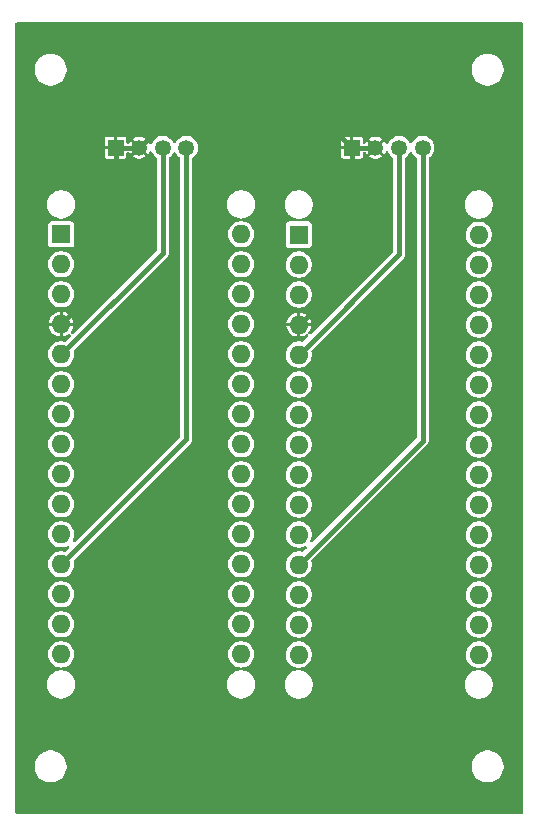
<source format=gbr>
%TF.GenerationSoftware,KiCad,Pcbnew,9.0.7-9.0.7~ubuntu24.04.1*%
%TF.CreationDate,2026-02-20T10:35:12-07:00*%
%TF.ProjectId,gazelem_main_motors_pcb_design,67617a65-6c65-46d5-9f6d-61696e5f6d6f,rev?*%
%TF.SameCoordinates,Original*%
%TF.FileFunction,Copper,L1,Top*%
%TF.FilePolarity,Positive*%
%FSLAX46Y46*%
G04 Gerber Fmt 4.6, Leading zero omitted, Abs format (unit mm)*
G04 Created by KiCad (PCBNEW 9.0.7-9.0.7~ubuntu24.04.1) date 2026-02-20 10:35:12*
%MOMM*%
%LPD*%
G01*
G04 APERTURE LIST*
%TA.AperFunction,ComponentPad*%
%ADD10R,1.600000X1.600000*%
%TD*%
%TA.AperFunction,ComponentPad*%
%ADD11O,1.600000X1.600000*%
%TD*%
%TA.AperFunction,ComponentPad*%
%ADD12R,1.350000X1.350000*%
%TD*%
%TA.AperFunction,ComponentPad*%
%ADD13C,1.350000*%
%TD*%
%TA.AperFunction,Conductor*%
%ADD14C,0.400000*%
%TD*%
G04 APERTURE END LIST*
D10*
%TO.P,A1,1,D1/TX*%
%TO.N,unconnected-(A1-D1{slash}TX-Pad1)*%
X151890000Y-74950000D03*
D11*
%TO.P,A1,2,D0/RX*%
%TO.N,unconnected-(A1-D0{slash}RX-Pad2)*%
X151890000Y-77490000D03*
%TO.P,A1,3,~{RESET}*%
%TO.N,unconnected-(A1-~{RESET}-Pad3)*%
X151890000Y-80030000D03*
%TO.P,A1,4,GND*%
%TO.N,DIR- 1*%
X151890000Y-82570000D03*
%TO.P,A1,5,D2*%
%TO.N,DIR+ 1*%
X151890000Y-85110000D03*
%TO.P,A1,6,D3*%
%TO.N,unconnected-(A1-D3-Pad6)*%
X151890000Y-87650000D03*
%TO.P,A1,7,D4*%
%TO.N,unconnected-(A1-D4-Pad7)*%
X151890000Y-90190000D03*
%TO.P,A1,8,D5*%
%TO.N,unconnected-(A1-D5-Pad8)*%
X151890000Y-92730000D03*
%TO.P,A1,9,D6*%
%TO.N,unconnected-(A1-D6-Pad9)*%
X151890000Y-95270000D03*
%TO.P,A1,10,D7*%
%TO.N,unconnected-(A1-D7-Pad10)*%
X151890000Y-97810000D03*
%TO.P,A1,11,D8*%
%TO.N,unconnected-(A1-D8-Pad11)*%
X151890000Y-100350000D03*
%TO.P,A1,12,D9*%
%TO.N,PUL+ 1*%
X151890000Y-102890000D03*
%TO.P,A1,13,D10*%
%TO.N,unconnected-(A1-D10-Pad13)*%
X151890000Y-105430000D03*
%TO.P,A1,14,D11*%
%TO.N,unconnected-(A1-D11-Pad14)*%
X151890000Y-107970000D03*
%TO.P,A1,15,D12*%
%TO.N,unconnected-(A1-D12-Pad15)*%
X151890000Y-110510000D03*
%TO.P,A1,16,D13*%
%TO.N,unconnected-(A1-D13-Pad16)*%
X167130000Y-110510000D03*
%TO.P,A1,17,3V3*%
%TO.N,unconnected-(A1-3V3-Pad17)*%
X167130000Y-107970000D03*
%TO.P,A1,18,AREF*%
%TO.N,unconnected-(A1-AREF-Pad18)*%
X167130000Y-105430000D03*
%TO.P,A1,19,A0*%
%TO.N,unconnected-(A1-A0-Pad19)*%
X167130000Y-102890000D03*
%TO.P,A1,20,A1*%
%TO.N,unconnected-(A1-A1-Pad20)*%
X167130000Y-100350000D03*
%TO.P,A1,21,A2*%
%TO.N,unconnected-(A1-A2-Pad21)*%
X167130000Y-97810000D03*
%TO.P,A1,22,A3*%
%TO.N,unconnected-(A1-A3-Pad22)*%
X167130000Y-95270000D03*
%TO.P,A1,23,A4*%
%TO.N,unconnected-(A1-A4-Pad23)*%
X167130000Y-92730000D03*
%TO.P,A1,24,A5*%
%TO.N,unconnected-(A1-A5-Pad24)*%
X167130000Y-90190000D03*
%TO.P,A1,25,A6*%
%TO.N,unconnected-(A1-A6-Pad25)*%
X167130000Y-87650000D03*
%TO.P,A1,26,A7*%
%TO.N,unconnected-(A1-A7-Pad26)*%
X167130000Y-85110000D03*
%TO.P,A1,27,+5V*%
%TO.N,unconnected-(A1-+5V-Pad27)*%
X167130000Y-82570000D03*
%TO.P,A1,28,~{RESET}*%
%TO.N,unconnected-(A1-~{RESET}-Pad28)*%
X167130000Y-80030000D03*
%TO.P,A1,29,GND*%
%TO.N,unconnected-(A1-GND-Pad29)*%
X167130000Y-77490000D03*
%TO.P,A1,30,VIN*%
%TO.N,unconnected-(A1-VIN-Pad30)*%
X167130000Y-74950000D03*
%TD*%
D12*
%TO.P,J1,1,Pin_1*%
%TO.N,DIR- 1*%
X156500000Y-67600000D03*
D13*
%TO.P,J1,2,Pin_2*%
X158500000Y-67600000D03*
%TO.P,J1,3,Pin_3*%
%TO.N,DIR+ 1*%
X160500000Y-67600000D03*
%TO.P,J1,4,Pin_4*%
%TO.N,PUL+ 1*%
X162500000Y-67600000D03*
%TD*%
D12*
%TO.P,J2,1,Pin_1*%
%TO.N,DIR- 1*%
X176500000Y-67600000D03*
D13*
%TO.P,J2,2,Pin_2*%
X178500000Y-67600000D03*
%TO.P,J2,3,Pin_3*%
%TO.N,DIR+ 2*%
X180500000Y-67600000D03*
%TO.P,J2,4,Pin_4*%
%TO.N,PUL+ 2*%
X182500000Y-67600000D03*
%TD*%
D10*
%TO.P,A2,1,D1/TX*%
%TO.N,unconnected-(A2-D1{slash}TX-Pad1)*%
X172000000Y-74960000D03*
D11*
%TO.P,A2,2,D0/RX*%
%TO.N,unconnected-(A2-D0{slash}RX-Pad2)*%
X172000000Y-77500000D03*
%TO.P,A2,3,~{RESET}*%
%TO.N,unconnected-(A2-~{RESET}-Pad3)*%
X172000000Y-80040000D03*
%TO.P,A2,4,GND*%
%TO.N,DIR- 1*%
X172000000Y-82580000D03*
%TO.P,A2,5,D2*%
%TO.N,DIR+ 2*%
X172000000Y-85120000D03*
%TO.P,A2,6,D3*%
%TO.N,unconnected-(A2-D3-Pad6)*%
X172000000Y-87660000D03*
%TO.P,A2,7,D4*%
%TO.N,unconnected-(A2-D4-Pad7)*%
X172000000Y-90200000D03*
%TO.P,A2,8,D5*%
%TO.N,unconnected-(A2-D5-Pad8)*%
X172000000Y-92740000D03*
%TO.P,A2,9,D6*%
%TO.N,unconnected-(A2-D6-Pad9)*%
X172000000Y-95280000D03*
%TO.P,A2,10,D7*%
%TO.N,unconnected-(A2-D7-Pad10)*%
X172000000Y-97820000D03*
%TO.P,A2,11,D8*%
%TO.N,unconnected-(A2-D8-Pad11)*%
X172000000Y-100360000D03*
%TO.P,A2,12,D9*%
%TO.N,PUL+ 2*%
X172000000Y-102900000D03*
%TO.P,A2,13,D10*%
%TO.N,unconnected-(A2-D10-Pad13)*%
X172000000Y-105440000D03*
%TO.P,A2,14,D11*%
%TO.N,unconnected-(A2-D11-Pad14)*%
X172000000Y-107980000D03*
%TO.P,A2,15,D12*%
%TO.N,unconnected-(A2-D12-Pad15)*%
X172000000Y-110520000D03*
%TO.P,A2,16,D13*%
%TO.N,unconnected-(A2-D13-Pad16)*%
X187240000Y-110520000D03*
%TO.P,A2,17,3V3*%
%TO.N,unconnected-(A2-3V3-Pad17)*%
X187240000Y-107980000D03*
%TO.P,A2,18,AREF*%
%TO.N,unconnected-(A2-AREF-Pad18)*%
X187240000Y-105440000D03*
%TO.P,A2,19,A0*%
%TO.N,unconnected-(A2-A0-Pad19)*%
X187240000Y-102900000D03*
%TO.P,A2,20,A1*%
%TO.N,unconnected-(A2-A1-Pad20)*%
X187240000Y-100360000D03*
%TO.P,A2,21,A2*%
%TO.N,unconnected-(A2-A2-Pad21)*%
X187240000Y-97820000D03*
%TO.P,A2,22,A3*%
%TO.N,unconnected-(A2-A3-Pad22)*%
X187240000Y-95280000D03*
%TO.P,A2,23,A4*%
%TO.N,unconnected-(A2-A4-Pad23)*%
X187240000Y-92740000D03*
%TO.P,A2,24,A5*%
%TO.N,unconnected-(A2-A5-Pad24)*%
X187240000Y-90200000D03*
%TO.P,A2,25,A6*%
%TO.N,unconnected-(A2-A6-Pad25)*%
X187240000Y-87660000D03*
%TO.P,A2,26,A7*%
%TO.N,unconnected-(A2-A7-Pad26)*%
X187240000Y-85120000D03*
%TO.P,A2,27,+5V*%
%TO.N,unconnected-(A2-+5V-Pad27)*%
X187240000Y-82580000D03*
%TO.P,A2,28,~{RESET}*%
%TO.N,unconnected-(A2-~{RESET}-Pad28)*%
X187240000Y-80040000D03*
%TO.P,A2,29,GND*%
%TO.N,unconnected-(A2-GND-Pad29)*%
X187240000Y-77500000D03*
%TO.P,A2,30,VIN*%
%TO.N,unconnected-(A2-VIN-Pad30)*%
X187240000Y-74960000D03*
%TD*%
D14*
%TO.N,DIR- 1*%
X158500000Y-67600000D02*
X160900000Y-65200000D01*
X160900000Y-65200000D02*
X174100000Y-65200000D01*
X174100000Y-65200000D02*
X176500000Y-67600000D01*
X156500000Y-67600000D02*
X156500000Y-77960000D01*
X156500000Y-77960000D02*
X151890000Y-82570000D01*
%TO.N,PUL+ 1*%
X162500000Y-92280000D02*
X151890000Y-102890000D01*
X162500000Y-67600000D02*
X162500000Y-92280000D01*
%TO.N,DIR+ 1*%
X160500000Y-76500000D02*
X160500000Y-67600000D01*
X160500000Y-76500000D02*
X151890000Y-85110000D01*
%TO.N,DIR- 1*%
X158500000Y-67600000D02*
X156500000Y-67600000D01*
X178500000Y-67600000D02*
X176500000Y-67600000D01*
X176500000Y-67600000D02*
X176500000Y-78080000D01*
X176500000Y-78080000D02*
X172000000Y-82580000D01*
%TO.N,PUL+ 2*%
X182500000Y-92400000D02*
X172000000Y-102900000D01*
X182500000Y-67600000D02*
X182500000Y-92400000D01*
%TO.N,DIR+ 2*%
X180500000Y-76620000D02*
X172000000Y-85120000D01*
X180500000Y-67600000D02*
X180500000Y-76620000D01*
%TD*%
%TA.AperFunction,Conductor*%
%TO.N,DIR- 1*%
G36*
X190942539Y-57020185D02*
G01*
X190988294Y-57072989D01*
X190999500Y-57124500D01*
X190999500Y-123875500D01*
X190979815Y-123942539D01*
X190927011Y-123988294D01*
X190875500Y-123999500D01*
X148124500Y-123999500D01*
X148057461Y-123979815D01*
X148011706Y-123927011D01*
X148000500Y-123875500D01*
X148000500Y-119893330D01*
X149644700Y-119893330D01*
X149644700Y-120106669D01*
X149678072Y-120317368D01*
X149743992Y-120520252D01*
X149743994Y-120520255D01*
X149840843Y-120710332D01*
X149966235Y-120882919D01*
X150117081Y-121033765D01*
X150289668Y-121159157D01*
X150479745Y-121256006D01*
X150479747Y-121256007D01*
X150581189Y-121288967D01*
X150682633Y-121321928D01*
X150780218Y-121337384D01*
X150893331Y-121355300D01*
X150893336Y-121355300D01*
X151106669Y-121355300D01*
X151208813Y-121339121D01*
X151317367Y-121321928D01*
X151520255Y-121256006D01*
X151710332Y-121159157D01*
X151882919Y-121033765D01*
X152033765Y-120882919D01*
X152159157Y-120710332D01*
X152256006Y-120520255D01*
X152321928Y-120317367D01*
X152339121Y-120208813D01*
X152355300Y-120106669D01*
X152355300Y-119893330D01*
X186644700Y-119893330D01*
X186644700Y-120106669D01*
X186678072Y-120317368D01*
X186743992Y-120520252D01*
X186743994Y-120520255D01*
X186840843Y-120710332D01*
X186966235Y-120882919D01*
X187117081Y-121033765D01*
X187289668Y-121159157D01*
X187479745Y-121256006D01*
X187479747Y-121256007D01*
X187581189Y-121288967D01*
X187682633Y-121321928D01*
X187780218Y-121337384D01*
X187893331Y-121355300D01*
X187893336Y-121355300D01*
X188106669Y-121355300D01*
X188208813Y-121339121D01*
X188317367Y-121321928D01*
X188520255Y-121256006D01*
X188710332Y-121159157D01*
X188882919Y-121033765D01*
X189033765Y-120882919D01*
X189159157Y-120710332D01*
X189256006Y-120520255D01*
X189321928Y-120317367D01*
X189339121Y-120208813D01*
X189355300Y-120106669D01*
X189355300Y-119893330D01*
X189335885Y-119770756D01*
X189321928Y-119682633D01*
X189256006Y-119479745D01*
X189159157Y-119289668D01*
X189033765Y-119117081D01*
X188882919Y-118966235D01*
X188710332Y-118840843D01*
X188520252Y-118743992D01*
X188317368Y-118678072D01*
X188106669Y-118644700D01*
X188106664Y-118644700D01*
X187893336Y-118644700D01*
X187893331Y-118644700D01*
X187682631Y-118678072D01*
X187479747Y-118743992D01*
X187289667Y-118840843D01*
X187191200Y-118912383D01*
X187117081Y-118966235D01*
X187117079Y-118966237D01*
X187117078Y-118966237D01*
X186966237Y-119117078D01*
X186966237Y-119117079D01*
X186966235Y-119117081D01*
X186912383Y-119191200D01*
X186840843Y-119289667D01*
X186743992Y-119479747D01*
X186678072Y-119682631D01*
X186644700Y-119893330D01*
X152355300Y-119893330D01*
X152335885Y-119770756D01*
X152321928Y-119682633D01*
X152256006Y-119479745D01*
X152159157Y-119289668D01*
X152033765Y-119117081D01*
X151882919Y-118966235D01*
X151710332Y-118840843D01*
X151520252Y-118743992D01*
X151317368Y-118678072D01*
X151106669Y-118644700D01*
X151106664Y-118644700D01*
X150893336Y-118644700D01*
X150893331Y-118644700D01*
X150682631Y-118678072D01*
X150479747Y-118743992D01*
X150289667Y-118840843D01*
X150191200Y-118912383D01*
X150117081Y-118966235D01*
X150117079Y-118966237D01*
X150117078Y-118966237D01*
X149966237Y-119117078D01*
X149966237Y-119117079D01*
X149966235Y-119117081D01*
X149912383Y-119191200D01*
X149840843Y-119289667D01*
X149743992Y-119479747D01*
X149678072Y-119682631D01*
X149644700Y-119893330D01*
X148000500Y-119893330D01*
X148000500Y-112955922D01*
X150694700Y-112955922D01*
X150694700Y-113144077D01*
X150724131Y-113329900D01*
X150782273Y-113508840D01*
X150867690Y-113676477D01*
X150978270Y-113828679D01*
X150978274Y-113828684D01*
X151111315Y-113961725D01*
X151111320Y-113961729D01*
X151244078Y-114058182D01*
X151263526Y-114072312D01*
X151370342Y-114126738D01*
X151431159Y-114157726D01*
X151431161Y-114157726D01*
X151431164Y-114157728D01*
X151527077Y-114188892D01*
X151610099Y-114215868D01*
X151795923Y-114245300D01*
X151795928Y-114245300D01*
X151984077Y-114245300D01*
X152169900Y-114215868D01*
X152348836Y-114157728D01*
X152516474Y-114072312D01*
X152668686Y-113961724D01*
X152801724Y-113828686D01*
X152912312Y-113676474D01*
X152997728Y-113508836D01*
X153055868Y-113329900D01*
X153085300Y-113144077D01*
X153085300Y-112955922D01*
X165934700Y-112955922D01*
X165934700Y-113144077D01*
X165964131Y-113329900D01*
X166022273Y-113508840D01*
X166107690Y-113676477D01*
X166218270Y-113828679D01*
X166218274Y-113828684D01*
X166351315Y-113961725D01*
X166351320Y-113961729D01*
X166484078Y-114058182D01*
X166503526Y-114072312D01*
X166610342Y-114126738D01*
X166671159Y-114157726D01*
X166671161Y-114157726D01*
X166671164Y-114157728D01*
X166767077Y-114188892D01*
X166850099Y-114215868D01*
X167035923Y-114245300D01*
X167035928Y-114245300D01*
X167224077Y-114245300D01*
X167409900Y-114215868D01*
X167588836Y-114157728D01*
X167756474Y-114072312D01*
X167908686Y-113961724D01*
X168041724Y-113828686D01*
X168152312Y-113676474D01*
X168237728Y-113508836D01*
X168295868Y-113329900D01*
X168325300Y-113144077D01*
X168325300Y-112965922D01*
X170804700Y-112965922D01*
X170804700Y-113154077D01*
X170834131Y-113339900D01*
X170892273Y-113518840D01*
X170951014Y-113634124D01*
X170972594Y-113676477D01*
X170977690Y-113686477D01*
X171088270Y-113838679D01*
X171088274Y-113838684D01*
X171221315Y-113971725D01*
X171221320Y-113971729D01*
X171354078Y-114068182D01*
X171373526Y-114082312D01*
X171480342Y-114136738D01*
X171541159Y-114167726D01*
X171541161Y-114167726D01*
X171541164Y-114167728D01*
X171637077Y-114198892D01*
X171720099Y-114225868D01*
X171905923Y-114255300D01*
X171905928Y-114255300D01*
X172094077Y-114255300D01*
X172279900Y-114225868D01*
X172458836Y-114167728D01*
X172626474Y-114082312D01*
X172778686Y-113971724D01*
X172911724Y-113838686D01*
X173022312Y-113686474D01*
X173107728Y-113518836D01*
X173165868Y-113339900D01*
X173167452Y-113329900D01*
X173195300Y-113154077D01*
X173195300Y-112965922D01*
X186044700Y-112965922D01*
X186044700Y-113154077D01*
X186074131Y-113339900D01*
X186132273Y-113518840D01*
X186191014Y-113634124D01*
X186212594Y-113676477D01*
X186217690Y-113686477D01*
X186328270Y-113838679D01*
X186328274Y-113838684D01*
X186461315Y-113971725D01*
X186461320Y-113971729D01*
X186594078Y-114068182D01*
X186613526Y-114082312D01*
X186720342Y-114136738D01*
X186781159Y-114167726D01*
X186781161Y-114167726D01*
X186781164Y-114167728D01*
X186877077Y-114198892D01*
X186960099Y-114225868D01*
X187145923Y-114255300D01*
X187145928Y-114255300D01*
X187334077Y-114255300D01*
X187519900Y-114225868D01*
X187698836Y-114167728D01*
X187866474Y-114082312D01*
X188018686Y-113971724D01*
X188151724Y-113838686D01*
X188262312Y-113686474D01*
X188347728Y-113518836D01*
X188405868Y-113339900D01*
X188407452Y-113329900D01*
X188435300Y-113154077D01*
X188435300Y-112965922D01*
X188405868Y-112780099D01*
X188347726Y-112601159D01*
X188316738Y-112540342D01*
X188262312Y-112433526D01*
X188248182Y-112414078D01*
X188151729Y-112281320D01*
X188151725Y-112281315D01*
X188018684Y-112148274D01*
X188018679Y-112148270D01*
X187866477Y-112037690D01*
X187866476Y-112037689D01*
X187866474Y-112037688D01*
X187814124Y-112011014D01*
X187698840Y-111952273D01*
X187519900Y-111894131D01*
X187348043Y-111866912D01*
X187284908Y-111836983D01*
X187247977Y-111777671D01*
X187248975Y-111707809D01*
X187287585Y-111649576D01*
X187348043Y-111621966D01*
X187498825Y-111598084D01*
X187664288Y-111544322D01*
X187819304Y-111465337D01*
X187960055Y-111363076D01*
X188083076Y-111240055D01*
X188185337Y-111099304D01*
X188264322Y-110944288D01*
X188318084Y-110778825D01*
X188319668Y-110768825D01*
X188345300Y-110606994D01*
X188345300Y-110433005D01*
X188318084Y-110261174D01*
X188305145Y-110221354D01*
X188264322Y-110095712D01*
X188185337Y-109940696D01*
X188172271Y-109922712D01*
X188083081Y-109799951D01*
X188083077Y-109799946D01*
X187960053Y-109676922D01*
X187960048Y-109676918D01*
X187819307Y-109574665D01*
X187819306Y-109574664D01*
X187819304Y-109574663D01*
X187664288Y-109495678D01*
X187621376Y-109481735D01*
X187498825Y-109441915D01*
X187326994Y-109414700D01*
X187326989Y-109414700D01*
X187153011Y-109414700D01*
X187153006Y-109414700D01*
X186981174Y-109441915D01*
X186815709Y-109495679D01*
X186660692Y-109574665D01*
X186519951Y-109676918D01*
X186519946Y-109676922D01*
X186396922Y-109799946D01*
X186396918Y-109799951D01*
X186294665Y-109940692D01*
X186215679Y-110095709D01*
X186161915Y-110261174D01*
X186134700Y-110433005D01*
X186134700Y-110606994D01*
X186161915Y-110778825D01*
X186201735Y-110901376D01*
X186215678Y-110944288D01*
X186289569Y-111089307D01*
X186294665Y-111099307D01*
X186396918Y-111240048D01*
X186396922Y-111240053D01*
X186519946Y-111363077D01*
X186519951Y-111363081D01*
X186642712Y-111452271D01*
X186660696Y-111465337D01*
X186815712Y-111544322D01*
X186941354Y-111585145D01*
X186981174Y-111598084D01*
X187131956Y-111621966D01*
X187195091Y-111651895D01*
X187232022Y-111711207D01*
X187231024Y-111781070D01*
X187192414Y-111839302D01*
X187131956Y-111866912D01*
X186960099Y-111894131D01*
X186781159Y-111952273D01*
X186613522Y-112037690D01*
X186461320Y-112148270D01*
X186461315Y-112148274D01*
X186328274Y-112281315D01*
X186328270Y-112281320D01*
X186217690Y-112433522D01*
X186132273Y-112601159D01*
X186074131Y-112780099D01*
X186044700Y-112965922D01*
X173195300Y-112965922D01*
X173165868Y-112780099D01*
X173107726Y-112601159D01*
X173076738Y-112540342D01*
X173022312Y-112433526D01*
X173008182Y-112414078D01*
X172911729Y-112281320D01*
X172911725Y-112281315D01*
X172778684Y-112148274D01*
X172778679Y-112148270D01*
X172626477Y-112037690D01*
X172626476Y-112037689D01*
X172626474Y-112037688D01*
X172574124Y-112011014D01*
X172458840Y-111952273D01*
X172279900Y-111894131D01*
X172108043Y-111866912D01*
X172044908Y-111836983D01*
X172007977Y-111777671D01*
X172008975Y-111707809D01*
X172047585Y-111649576D01*
X172108043Y-111621966D01*
X172258825Y-111598084D01*
X172424288Y-111544322D01*
X172579304Y-111465337D01*
X172720055Y-111363076D01*
X172843076Y-111240055D01*
X172945337Y-111099304D01*
X173024322Y-110944288D01*
X173078084Y-110778825D01*
X173079668Y-110768825D01*
X173105300Y-110606994D01*
X173105300Y-110433005D01*
X173078084Y-110261174D01*
X173065145Y-110221354D01*
X173024322Y-110095712D01*
X172945337Y-109940696D01*
X172932271Y-109922712D01*
X172843081Y-109799951D01*
X172843077Y-109799946D01*
X172720053Y-109676922D01*
X172720048Y-109676918D01*
X172579307Y-109574665D01*
X172579306Y-109574664D01*
X172579304Y-109574663D01*
X172424288Y-109495678D01*
X172381376Y-109481735D01*
X172258825Y-109441915D01*
X172086994Y-109414700D01*
X172086989Y-109414700D01*
X171913011Y-109414700D01*
X171913006Y-109414700D01*
X171741174Y-109441915D01*
X171575709Y-109495679D01*
X171420692Y-109574665D01*
X171279951Y-109676918D01*
X171279946Y-109676922D01*
X171156922Y-109799946D01*
X171156918Y-109799951D01*
X171054665Y-109940692D01*
X170975679Y-110095709D01*
X170921915Y-110261174D01*
X170894700Y-110433005D01*
X170894700Y-110606994D01*
X170921915Y-110778825D01*
X170961735Y-110901376D01*
X170975678Y-110944288D01*
X171049569Y-111089307D01*
X171054665Y-111099307D01*
X171156918Y-111240048D01*
X171156922Y-111240053D01*
X171279946Y-111363077D01*
X171279951Y-111363081D01*
X171402712Y-111452271D01*
X171420696Y-111465337D01*
X171575712Y-111544322D01*
X171701354Y-111585145D01*
X171741174Y-111598084D01*
X171891956Y-111621966D01*
X171955091Y-111651895D01*
X171992022Y-111711207D01*
X171991024Y-111781070D01*
X171952414Y-111839302D01*
X171891956Y-111866912D01*
X171720099Y-111894131D01*
X171541159Y-111952273D01*
X171373522Y-112037690D01*
X171221320Y-112148270D01*
X171221315Y-112148274D01*
X171088274Y-112281315D01*
X171088270Y-112281320D01*
X170977690Y-112433522D01*
X170892273Y-112601159D01*
X170834131Y-112780099D01*
X170804700Y-112965922D01*
X168325300Y-112965922D01*
X168325300Y-112955922D01*
X168295868Y-112770099D01*
X168240977Y-112601164D01*
X168237728Y-112591164D01*
X168237726Y-112591161D01*
X168237726Y-112591159D01*
X168206738Y-112530342D01*
X168152312Y-112423526D01*
X168048994Y-112281320D01*
X168041729Y-112271320D01*
X168041725Y-112271315D01*
X167908684Y-112138274D01*
X167908679Y-112138270D01*
X167756477Y-112027690D01*
X167756476Y-112027689D01*
X167756474Y-112027688D01*
X167704124Y-112001014D01*
X167588840Y-111942273D01*
X167409900Y-111884131D01*
X167238043Y-111856912D01*
X167174908Y-111826983D01*
X167137977Y-111767671D01*
X167138975Y-111697809D01*
X167177585Y-111639576D01*
X167238043Y-111611966D01*
X167388825Y-111588084D01*
X167554288Y-111534322D01*
X167709304Y-111455337D01*
X167850055Y-111353076D01*
X167973076Y-111230055D01*
X168075337Y-111089304D01*
X168154322Y-110934288D01*
X168208084Y-110768825D01*
X168235300Y-110596994D01*
X168235300Y-110423005D01*
X168208084Y-110251174D01*
X168195145Y-110211354D01*
X168154322Y-110085712D01*
X168075337Y-109930696D01*
X167980346Y-109799951D01*
X167973081Y-109789951D01*
X167973077Y-109789946D01*
X167850053Y-109666922D01*
X167850048Y-109666918D01*
X167709307Y-109564665D01*
X167709306Y-109564664D01*
X167709304Y-109564663D01*
X167554288Y-109485678D01*
X167511376Y-109471735D01*
X167388825Y-109431915D01*
X167216994Y-109404700D01*
X167216989Y-109404700D01*
X167043011Y-109404700D01*
X167043006Y-109404700D01*
X166871174Y-109431915D01*
X166705709Y-109485679D01*
X166550692Y-109564665D01*
X166409951Y-109666918D01*
X166409946Y-109666922D01*
X166286922Y-109789946D01*
X166286918Y-109789951D01*
X166184665Y-109930692D01*
X166105679Y-110085709D01*
X166051915Y-110251174D01*
X166024700Y-110423005D01*
X166024700Y-110596994D01*
X166051915Y-110768825D01*
X166105679Y-110934290D01*
X166184665Y-111089307D01*
X166286918Y-111230048D01*
X166286922Y-111230053D01*
X166409946Y-111353077D01*
X166409951Y-111353081D01*
X166532712Y-111442271D01*
X166550696Y-111455337D01*
X166705712Y-111534322D01*
X166831354Y-111575145D01*
X166871174Y-111588084D01*
X167021956Y-111611966D01*
X167085091Y-111641895D01*
X167122022Y-111701207D01*
X167121024Y-111771070D01*
X167082414Y-111829302D01*
X167021956Y-111856912D01*
X166850099Y-111884131D01*
X166671159Y-111942273D01*
X166503522Y-112027690D01*
X166351320Y-112138270D01*
X166351315Y-112138274D01*
X166218274Y-112271315D01*
X166218270Y-112271320D01*
X166107690Y-112423522D01*
X166022273Y-112591159D01*
X165964131Y-112770099D01*
X165934700Y-112955922D01*
X153085300Y-112955922D01*
X153055868Y-112770099D01*
X153000977Y-112601164D01*
X152997728Y-112591164D01*
X152997726Y-112591161D01*
X152997726Y-112591159D01*
X152966738Y-112530342D01*
X152912312Y-112423526D01*
X152808994Y-112281320D01*
X152801729Y-112271320D01*
X152801725Y-112271315D01*
X152668684Y-112138274D01*
X152668679Y-112138270D01*
X152516477Y-112027690D01*
X152516476Y-112027689D01*
X152516474Y-112027688D01*
X152464124Y-112001014D01*
X152348840Y-111942273D01*
X152169900Y-111884131D01*
X151998043Y-111856912D01*
X151934908Y-111826983D01*
X151897977Y-111767671D01*
X151898975Y-111697809D01*
X151937585Y-111639576D01*
X151998043Y-111611966D01*
X152148825Y-111588084D01*
X152314288Y-111534322D01*
X152469304Y-111455337D01*
X152610055Y-111353076D01*
X152733076Y-111230055D01*
X152835337Y-111089304D01*
X152914322Y-110934288D01*
X152968084Y-110768825D01*
X152995300Y-110596994D01*
X152995300Y-110423005D01*
X152968084Y-110251174D01*
X152955145Y-110211354D01*
X152914322Y-110085712D01*
X152835337Y-109930696D01*
X152740346Y-109799951D01*
X152733081Y-109789951D01*
X152733077Y-109789946D01*
X152610053Y-109666922D01*
X152610048Y-109666918D01*
X152469307Y-109564665D01*
X152469306Y-109564664D01*
X152469304Y-109564663D01*
X152314288Y-109485678D01*
X152271376Y-109471735D01*
X152148825Y-109431915D01*
X151976994Y-109404700D01*
X151976989Y-109404700D01*
X151803011Y-109404700D01*
X151803006Y-109404700D01*
X151631174Y-109431915D01*
X151465709Y-109485679D01*
X151310692Y-109564665D01*
X151169951Y-109666918D01*
X151169946Y-109666922D01*
X151046922Y-109789946D01*
X151046918Y-109789951D01*
X150944665Y-109930692D01*
X150865679Y-110085709D01*
X150811915Y-110251174D01*
X150784700Y-110423005D01*
X150784700Y-110596994D01*
X150811915Y-110768825D01*
X150865679Y-110934290D01*
X150944665Y-111089307D01*
X151046918Y-111230048D01*
X151046922Y-111230053D01*
X151169946Y-111353077D01*
X151169951Y-111353081D01*
X151292712Y-111442271D01*
X151310696Y-111455337D01*
X151465712Y-111534322D01*
X151591354Y-111575145D01*
X151631174Y-111588084D01*
X151781956Y-111611966D01*
X151845091Y-111641895D01*
X151882022Y-111701207D01*
X151881024Y-111771070D01*
X151842414Y-111829302D01*
X151781956Y-111856912D01*
X151610099Y-111884131D01*
X151431159Y-111942273D01*
X151263522Y-112027690D01*
X151111320Y-112138270D01*
X151111315Y-112138274D01*
X150978274Y-112271315D01*
X150978270Y-112271320D01*
X150867690Y-112423522D01*
X150782273Y-112591159D01*
X150724131Y-112770099D01*
X150694700Y-112955922D01*
X148000500Y-112955922D01*
X148000500Y-107883005D01*
X150784700Y-107883005D01*
X150784700Y-108056994D01*
X150811915Y-108228825D01*
X150865679Y-108394290D01*
X150944665Y-108549307D01*
X151046918Y-108690048D01*
X151046922Y-108690053D01*
X151169946Y-108813077D01*
X151169951Y-108813081D01*
X151292712Y-108902271D01*
X151310696Y-108915337D01*
X151465712Y-108994322D01*
X151591354Y-109035145D01*
X151631174Y-109048084D01*
X151803006Y-109075300D01*
X151803011Y-109075300D01*
X151976994Y-109075300D01*
X152148825Y-109048084D01*
X152314288Y-108994322D01*
X152469304Y-108915337D01*
X152610055Y-108813076D01*
X152733076Y-108690055D01*
X152835337Y-108549304D01*
X152914322Y-108394288D01*
X152968084Y-108228825D01*
X152995300Y-108056994D01*
X152995300Y-107883005D01*
X166024700Y-107883005D01*
X166024700Y-108056994D01*
X166051915Y-108228825D01*
X166105679Y-108394290D01*
X166184665Y-108549307D01*
X166286918Y-108690048D01*
X166286922Y-108690053D01*
X166409946Y-108813077D01*
X166409951Y-108813081D01*
X166532712Y-108902271D01*
X166550696Y-108915337D01*
X166705712Y-108994322D01*
X166831354Y-109035145D01*
X166871174Y-109048084D01*
X167043006Y-109075300D01*
X167043011Y-109075300D01*
X167216994Y-109075300D01*
X167388825Y-109048084D01*
X167554288Y-108994322D01*
X167709304Y-108915337D01*
X167850055Y-108813076D01*
X167973076Y-108690055D01*
X168075337Y-108549304D01*
X168154322Y-108394288D01*
X168208084Y-108228825D01*
X168235300Y-108056994D01*
X168235300Y-107893005D01*
X170894700Y-107893005D01*
X170894700Y-108066994D01*
X170921915Y-108238825D01*
X170961735Y-108361376D01*
X170975678Y-108404288D01*
X171049569Y-108549307D01*
X171054665Y-108559307D01*
X171156918Y-108700048D01*
X171156922Y-108700053D01*
X171279946Y-108823077D01*
X171279951Y-108823081D01*
X171402712Y-108912271D01*
X171420696Y-108925337D01*
X171575712Y-109004322D01*
X171701354Y-109045145D01*
X171741174Y-109058084D01*
X171913006Y-109085300D01*
X171913011Y-109085300D01*
X172086994Y-109085300D01*
X172258825Y-109058084D01*
X172424288Y-109004322D01*
X172579304Y-108925337D01*
X172720055Y-108823076D01*
X172843076Y-108700055D01*
X172945337Y-108559304D01*
X173024322Y-108404288D01*
X173078084Y-108238825D01*
X173079668Y-108228825D01*
X173105300Y-108066994D01*
X173105300Y-107893005D01*
X186134700Y-107893005D01*
X186134700Y-108066994D01*
X186161915Y-108238825D01*
X186201735Y-108361376D01*
X186215678Y-108404288D01*
X186289569Y-108549307D01*
X186294665Y-108559307D01*
X186396918Y-108700048D01*
X186396922Y-108700053D01*
X186519946Y-108823077D01*
X186519951Y-108823081D01*
X186642712Y-108912271D01*
X186660696Y-108925337D01*
X186815712Y-109004322D01*
X186941354Y-109045145D01*
X186981174Y-109058084D01*
X187153006Y-109085300D01*
X187153011Y-109085300D01*
X187326994Y-109085300D01*
X187498825Y-109058084D01*
X187664288Y-109004322D01*
X187819304Y-108925337D01*
X187960055Y-108823076D01*
X188083076Y-108700055D01*
X188185337Y-108559304D01*
X188264322Y-108404288D01*
X188318084Y-108238825D01*
X188319668Y-108228825D01*
X188345300Y-108066994D01*
X188345300Y-107893005D01*
X188318084Y-107721174D01*
X188305145Y-107681354D01*
X188264322Y-107555712D01*
X188185337Y-107400696D01*
X188172271Y-107382712D01*
X188083081Y-107259951D01*
X188083077Y-107259946D01*
X187960053Y-107136922D01*
X187960048Y-107136918D01*
X187819307Y-107034665D01*
X187819306Y-107034664D01*
X187819304Y-107034663D01*
X187664288Y-106955678D01*
X187621376Y-106941735D01*
X187498825Y-106901915D01*
X187326994Y-106874700D01*
X187326989Y-106874700D01*
X187153011Y-106874700D01*
X187153006Y-106874700D01*
X186981174Y-106901915D01*
X186815709Y-106955679D01*
X186660692Y-107034665D01*
X186519951Y-107136918D01*
X186519946Y-107136922D01*
X186396922Y-107259946D01*
X186396918Y-107259951D01*
X186294665Y-107400692D01*
X186215679Y-107555709D01*
X186161915Y-107721174D01*
X186134700Y-107893005D01*
X173105300Y-107893005D01*
X173078084Y-107721174D01*
X173065145Y-107681354D01*
X173024322Y-107555712D01*
X172945337Y-107400696D01*
X172932271Y-107382712D01*
X172843081Y-107259951D01*
X172843077Y-107259946D01*
X172720053Y-107136922D01*
X172720048Y-107136918D01*
X172579307Y-107034665D01*
X172579306Y-107034664D01*
X172579304Y-107034663D01*
X172424288Y-106955678D01*
X172381376Y-106941735D01*
X172258825Y-106901915D01*
X172086994Y-106874700D01*
X172086989Y-106874700D01*
X171913011Y-106874700D01*
X171913006Y-106874700D01*
X171741174Y-106901915D01*
X171575709Y-106955679D01*
X171420692Y-107034665D01*
X171279951Y-107136918D01*
X171279946Y-107136922D01*
X171156922Y-107259946D01*
X171156918Y-107259951D01*
X171054665Y-107400692D01*
X170975679Y-107555709D01*
X170921915Y-107721174D01*
X170894700Y-107893005D01*
X168235300Y-107893005D01*
X168235300Y-107883005D01*
X168208084Y-107711174D01*
X168195145Y-107671354D01*
X168154322Y-107545712D01*
X168075337Y-107390696D01*
X167980346Y-107259951D01*
X167973081Y-107249951D01*
X167973077Y-107249946D01*
X167850053Y-107126922D01*
X167850048Y-107126918D01*
X167709307Y-107024665D01*
X167709306Y-107024664D01*
X167709304Y-107024663D01*
X167554288Y-106945678D01*
X167511376Y-106931735D01*
X167388825Y-106891915D01*
X167216994Y-106864700D01*
X167216989Y-106864700D01*
X167043011Y-106864700D01*
X167043006Y-106864700D01*
X166871174Y-106891915D01*
X166705709Y-106945679D01*
X166550692Y-107024665D01*
X166409951Y-107126918D01*
X166409946Y-107126922D01*
X166286922Y-107249946D01*
X166286918Y-107249951D01*
X166184665Y-107390692D01*
X166105679Y-107545709D01*
X166051915Y-107711174D01*
X166024700Y-107883005D01*
X152995300Y-107883005D01*
X152968084Y-107711174D01*
X152955145Y-107671354D01*
X152914322Y-107545712D01*
X152835337Y-107390696D01*
X152740346Y-107259951D01*
X152733081Y-107249951D01*
X152733077Y-107249946D01*
X152610053Y-107126922D01*
X152610048Y-107126918D01*
X152469307Y-107024665D01*
X152469306Y-107024664D01*
X152469304Y-107024663D01*
X152314288Y-106945678D01*
X152271376Y-106931735D01*
X152148825Y-106891915D01*
X151976994Y-106864700D01*
X151976989Y-106864700D01*
X151803011Y-106864700D01*
X151803006Y-106864700D01*
X151631174Y-106891915D01*
X151465709Y-106945679D01*
X151310692Y-107024665D01*
X151169951Y-107126918D01*
X151169946Y-107126922D01*
X151046922Y-107249946D01*
X151046918Y-107249951D01*
X150944665Y-107390692D01*
X150865679Y-107545709D01*
X150811915Y-107711174D01*
X150784700Y-107883005D01*
X148000500Y-107883005D01*
X148000500Y-105343005D01*
X150784700Y-105343005D01*
X150784700Y-105516994D01*
X150811915Y-105688825D01*
X150865679Y-105854290D01*
X150944665Y-106009307D01*
X151046918Y-106150048D01*
X151046922Y-106150053D01*
X151169946Y-106273077D01*
X151169951Y-106273081D01*
X151292712Y-106362271D01*
X151310696Y-106375337D01*
X151465712Y-106454322D01*
X151591354Y-106495145D01*
X151631174Y-106508084D01*
X151803006Y-106535300D01*
X151803011Y-106535300D01*
X151976994Y-106535300D01*
X152148825Y-106508084D01*
X152314288Y-106454322D01*
X152469304Y-106375337D01*
X152610055Y-106273076D01*
X152733076Y-106150055D01*
X152835337Y-106009304D01*
X152914322Y-105854288D01*
X152968084Y-105688825D01*
X152995300Y-105516994D01*
X152995300Y-105343005D01*
X166024700Y-105343005D01*
X166024700Y-105516994D01*
X166051915Y-105688825D01*
X166105679Y-105854290D01*
X166184665Y-106009307D01*
X166286918Y-106150048D01*
X166286922Y-106150053D01*
X166409946Y-106273077D01*
X166409951Y-106273081D01*
X166532712Y-106362271D01*
X166550696Y-106375337D01*
X166705712Y-106454322D01*
X166831354Y-106495145D01*
X166871174Y-106508084D01*
X167043006Y-106535300D01*
X167043011Y-106535300D01*
X167216994Y-106535300D01*
X167388825Y-106508084D01*
X167554288Y-106454322D01*
X167709304Y-106375337D01*
X167850055Y-106273076D01*
X167973076Y-106150055D01*
X168075337Y-106009304D01*
X168154322Y-105854288D01*
X168208084Y-105688825D01*
X168235300Y-105516994D01*
X168235300Y-105353005D01*
X170894700Y-105353005D01*
X170894700Y-105526994D01*
X170921915Y-105698825D01*
X170961735Y-105821376D01*
X170975678Y-105864288D01*
X171049569Y-106009307D01*
X171054665Y-106019307D01*
X171156918Y-106160048D01*
X171156922Y-106160053D01*
X171279946Y-106283077D01*
X171279951Y-106283081D01*
X171402712Y-106372271D01*
X171420696Y-106385337D01*
X171575712Y-106464322D01*
X171701354Y-106505145D01*
X171741174Y-106518084D01*
X171913006Y-106545300D01*
X171913011Y-106545300D01*
X172086994Y-106545300D01*
X172258825Y-106518084D01*
X172424288Y-106464322D01*
X172579304Y-106385337D01*
X172720055Y-106283076D01*
X172843076Y-106160055D01*
X172945337Y-106019304D01*
X173024322Y-105864288D01*
X173078084Y-105698825D01*
X173079668Y-105688825D01*
X173105300Y-105526994D01*
X173105300Y-105353005D01*
X186134700Y-105353005D01*
X186134700Y-105526994D01*
X186161915Y-105698825D01*
X186201735Y-105821376D01*
X186215678Y-105864288D01*
X186289569Y-106009307D01*
X186294665Y-106019307D01*
X186396918Y-106160048D01*
X186396922Y-106160053D01*
X186519946Y-106283077D01*
X186519951Y-106283081D01*
X186642712Y-106372271D01*
X186660696Y-106385337D01*
X186815712Y-106464322D01*
X186941354Y-106505145D01*
X186981174Y-106518084D01*
X187153006Y-106545300D01*
X187153011Y-106545300D01*
X187326994Y-106545300D01*
X187498825Y-106518084D01*
X187664288Y-106464322D01*
X187819304Y-106385337D01*
X187960055Y-106283076D01*
X188083076Y-106160055D01*
X188185337Y-106019304D01*
X188264322Y-105864288D01*
X188318084Y-105698825D01*
X188319668Y-105688825D01*
X188345300Y-105526994D01*
X188345300Y-105353005D01*
X188318084Y-105181174D01*
X188305145Y-105141354D01*
X188264322Y-105015712D01*
X188185337Y-104860696D01*
X188172271Y-104842712D01*
X188083081Y-104719951D01*
X188083077Y-104719946D01*
X187960053Y-104596922D01*
X187960048Y-104596918D01*
X187819307Y-104494665D01*
X187819306Y-104494664D01*
X187819304Y-104494663D01*
X187664288Y-104415678D01*
X187621376Y-104401735D01*
X187498825Y-104361915D01*
X187326994Y-104334700D01*
X187326989Y-104334700D01*
X187153011Y-104334700D01*
X187153006Y-104334700D01*
X186981174Y-104361915D01*
X186815709Y-104415679D01*
X186660692Y-104494665D01*
X186519951Y-104596918D01*
X186519946Y-104596922D01*
X186396922Y-104719946D01*
X186396918Y-104719951D01*
X186294665Y-104860692D01*
X186215679Y-105015709D01*
X186161915Y-105181174D01*
X186134700Y-105353005D01*
X173105300Y-105353005D01*
X173078084Y-105181174D01*
X173065145Y-105141354D01*
X173024322Y-105015712D01*
X172945337Y-104860696D01*
X172932271Y-104842712D01*
X172843081Y-104719951D01*
X172843077Y-104719946D01*
X172720053Y-104596922D01*
X172720048Y-104596918D01*
X172579307Y-104494665D01*
X172579306Y-104494664D01*
X172579304Y-104494663D01*
X172424288Y-104415678D01*
X172381376Y-104401735D01*
X172258825Y-104361915D01*
X172086994Y-104334700D01*
X172086989Y-104334700D01*
X171913011Y-104334700D01*
X171913006Y-104334700D01*
X171741174Y-104361915D01*
X171575709Y-104415679D01*
X171420692Y-104494665D01*
X171279951Y-104596918D01*
X171279946Y-104596922D01*
X171156922Y-104719946D01*
X171156918Y-104719951D01*
X171054665Y-104860692D01*
X170975679Y-105015709D01*
X170921915Y-105181174D01*
X170894700Y-105353005D01*
X168235300Y-105353005D01*
X168235300Y-105343005D01*
X168208084Y-105171174D01*
X168195145Y-105131354D01*
X168154322Y-105005712D01*
X168075337Y-104850696D01*
X167980346Y-104719951D01*
X167973081Y-104709951D01*
X167973077Y-104709946D01*
X167850053Y-104586922D01*
X167850048Y-104586918D01*
X167709307Y-104484665D01*
X167709306Y-104484664D01*
X167709304Y-104484663D01*
X167554288Y-104405678D01*
X167511376Y-104391735D01*
X167388825Y-104351915D01*
X167216994Y-104324700D01*
X167216989Y-104324700D01*
X167043011Y-104324700D01*
X167043006Y-104324700D01*
X166871174Y-104351915D01*
X166705709Y-104405679D01*
X166550692Y-104484665D01*
X166409951Y-104586918D01*
X166409946Y-104586922D01*
X166286922Y-104709946D01*
X166286918Y-104709951D01*
X166184665Y-104850692D01*
X166105679Y-105005709D01*
X166051915Y-105171174D01*
X166024700Y-105343005D01*
X152995300Y-105343005D01*
X152968084Y-105171174D01*
X152955145Y-105131354D01*
X152914322Y-105005712D01*
X152835337Y-104850696D01*
X152740346Y-104719951D01*
X152733081Y-104709951D01*
X152733077Y-104709946D01*
X152610053Y-104586922D01*
X152610048Y-104586918D01*
X152469307Y-104484665D01*
X152469306Y-104484664D01*
X152469304Y-104484663D01*
X152314288Y-104405678D01*
X152271376Y-104391735D01*
X152148825Y-104351915D01*
X151976994Y-104324700D01*
X151976989Y-104324700D01*
X151803011Y-104324700D01*
X151803006Y-104324700D01*
X151631174Y-104351915D01*
X151465709Y-104405679D01*
X151310692Y-104484665D01*
X151169951Y-104586918D01*
X151169946Y-104586922D01*
X151046922Y-104709946D01*
X151046918Y-104709951D01*
X150944665Y-104850692D01*
X150865679Y-105005709D01*
X150811915Y-105171174D01*
X150784700Y-105343005D01*
X148000500Y-105343005D01*
X148000500Y-97723005D01*
X150784700Y-97723005D01*
X150784700Y-97896994D01*
X150811915Y-98068825D01*
X150865679Y-98234290D01*
X150944665Y-98389307D01*
X151046918Y-98530048D01*
X151046922Y-98530053D01*
X151169946Y-98653077D01*
X151169951Y-98653081D01*
X151292712Y-98742271D01*
X151310696Y-98755337D01*
X151465712Y-98834322D01*
X151591354Y-98875145D01*
X151631174Y-98888084D01*
X151803006Y-98915300D01*
X151803011Y-98915300D01*
X151976994Y-98915300D01*
X152148825Y-98888084D01*
X152314288Y-98834322D01*
X152469304Y-98755337D01*
X152610055Y-98653076D01*
X152733076Y-98530055D01*
X152835337Y-98389304D01*
X152914322Y-98234288D01*
X152968084Y-98068825D01*
X152995300Y-97896994D01*
X152995300Y-97723005D01*
X152968084Y-97551174D01*
X152955145Y-97511354D01*
X152914322Y-97385712D01*
X152835337Y-97230696D01*
X152740346Y-97099951D01*
X152733081Y-97089951D01*
X152733077Y-97089946D01*
X152610053Y-96966922D01*
X152610048Y-96966918D01*
X152469307Y-96864665D01*
X152469306Y-96864664D01*
X152469304Y-96864663D01*
X152314288Y-96785678D01*
X152271376Y-96771735D01*
X152148825Y-96731915D01*
X151976994Y-96704700D01*
X151976989Y-96704700D01*
X151803011Y-96704700D01*
X151803006Y-96704700D01*
X151631174Y-96731915D01*
X151465709Y-96785679D01*
X151310692Y-96864665D01*
X151169951Y-96966918D01*
X151169946Y-96966922D01*
X151046922Y-97089946D01*
X151046918Y-97089951D01*
X150944665Y-97230692D01*
X150865679Y-97385709D01*
X150811915Y-97551174D01*
X150784700Y-97723005D01*
X148000500Y-97723005D01*
X148000500Y-95183005D01*
X150784700Y-95183005D01*
X150784700Y-95356994D01*
X150811915Y-95528825D01*
X150865679Y-95694290D01*
X150944665Y-95849307D01*
X151046918Y-95990048D01*
X151046922Y-95990053D01*
X151169946Y-96113077D01*
X151169951Y-96113081D01*
X151292712Y-96202271D01*
X151310696Y-96215337D01*
X151465712Y-96294322D01*
X151591354Y-96335145D01*
X151631174Y-96348084D01*
X151803006Y-96375300D01*
X151803011Y-96375300D01*
X151976994Y-96375300D01*
X152148825Y-96348084D01*
X152314288Y-96294322D01*
X152469304Y-96215337D01*
X152610055Y-96113076D01*
X152733076Y-95990055D01*
X152835337Y-95849304D01*
X152914322Y-95694288D01*
X152968084Y-95528825D01*
X152995300Y-95356994D01*
X152995300Y-95183005D01*
X152968084Y-95011174D01*
X152955145Y-94971354D01*
X152914322Y-94845712D01*
X152835337Y-94690696D01*
X152740346Y-94559951D01*
X152733081Y-94549951D01*
X152733077Y-94549946D01*
X152610053Y-94426922D01*
X152610048Y-94426918D01*
X152469307Y-94324665D01*
X152469306Y-94324664D01*
X152469304Y-94324663D01*
X152314288Y-94245678D01*
X152271376Y-94231735D01*
X152148825Y-94191915D01*
X151976994Y-94164700D01*
X151976989Y-94164700D01*
X151803011Y-94164700D01*
X151803006Y-94164700D01*
X151631174Y-94191915D01*
X151465709Y-94245679D01*
X151310692Y-94324665D01*
X151169951Y-94426918D01*
X151169946Y-94426922D01*
X151046922Y-94549946D01*
X151046918Y-94549951D01*
X150944665Y-94690692D01*
X150865679Y-94845709D01*
X150811915Y-95011174D01*
X150784700Y-95183005D01*
X148000500Y-95183005D01*
X148000500Y-92643005D01*
X150784700Y-92643005D01*
X150784700Y-92816994D01*
X150811915Y-92988825D01*
X150865679Y-93154290D01*
X150944665Y-93309307D01*
X151046918Y-93450048D01*
X151046922Y-93450053D01*
X151169946Y-93573077D01*
X151169951Y-93573081D01*
X151292712Y-93662271D01*
X151310696Y-93675337D01*
X151465712Y-93754322D01*
X151591354Y-93795145D01*
X151631174Y-93808084D01*
X151803006Y-93835300D01*
X151803011Y-93835300D01*
X151976994Y-93835300D01*
X152148825Y-93808084D01*
X152314288Y-93754322D01*
X152469304Y-93675337D01*
X152610055Y-93573076D01*
X152733076Y-93450055D01*
X152835337Y-93309304D01*
X152914322Y-93154288D01*
X152968084Y-92988825D01*
X152995300Y-92816994D01*
X152995300Y-92643005D01*
X152968084Y-92471174D01*
X152955145Y-92431354D01*
X152914322Y-92305712D01*
X152835337Y-92150696D01*
X152788605Y-92086374D01*
X152733081Y-92009951D01*
X152733077Y-92009946D01*
X152610053Y-91886922D01*
X152610048Y-91886918D01*
X152469307Y-91784665D01*
X152469306Y-91784664D01*
X152469304Y-91784663D01*
X152314288Y-91705678D01*
X152271376Y-91691735D01*
X152148825Y-91651915D01*
X151976994Y-91624700D01*
X151976989Y-91624700D01*
X151803011Y-91624700D01*
X151803006Y-91624700D01*
X151631174Y-91651915D01*
X151465709Y-91705679D01*
X151310692Y-91784665D01*
X151169951Y-91886918D01*
X151169946Y-91886922D01*
X151046922Y-92009946D01*
X151046918Y-92009951D01*
X150944665Y-92150692D01*
X150865679Y-92305709D01*
X150811915Y-92471174D01*
X150784700Y-92643005D01*
X148000500Y-92643005D01*
X148000500Y-90103005D01*
X150784700Y-90103005D01*
X150784700Y-90276994D01*
X150811915Y-90448825D01*
X150865679Y-90614290D01*
X150944665Y-90769307D01*
X151046918Y-90910048D01*
X151046922Y-90910053D01*
X151169946Y-91033077D01*
X151169951Y-91033081D01*
X151292712Y-91122271D01*
X151310696Y-91135337D01*
X151465712Y-91214322D01*
X151591354Y-91255145D01*
X151631174Y-91268084D01*
X151803006Y-91295300D01*
X151803011Y-91295300D01*
X151976994Y-91295300D01*
X152148825Y-91268084D01*
X152314288Y-91214322D01*
X152469304Y-91135337D01*
X152610055Y-91033076D01*
X152733076Y-90910055D01*
X152835337Y-90769304D01*
X152914322Y-90614288D01*
X152968084Y-90448825D01*
X152995300Y-90276994D01*
X152995300Y-90103005D01*
X152968084Y-89931174D01*
X152955145Y-89891354D01*
X152914322Y-89765712D01*
X152835337Y-89610696D01*
X152740346Y-89479951D01*
X152733081Y-89469951D01*
X152733077Y-89469946D01*
X152610053Y-89346922D01*
X152610048Y-89346918D01*
X152469307Y-89244665D01*
X152469306Y-89244664D01*
X152469304Y-89244663D01*
X152314288Y-89165678D01*
X152271376Y-89151735D01*
X152148825Y-89111915D01*
X151976994Y-89084700D01*
X151976989Y-89084700D01*
X151803011Y-89084700D01*
X151803006Y-89084700D01*
X151631174Y-89111915D01*
X151465709Y-89165679D01*
X151310692Y-89244665D01*
X151169951Y-89346918D01*
X151169946Y-89346922D01*
X151046922Y-89469946D01*
X151046918Y-89469951D01*
X150944665Y-89610692D01*
X150865679Y-89765709D01*
X150811915Y-89931174D01*
X150784700Y-90103005D01*
X148000500Y-90103005D01*
X148000500Y-87563005D01*
X150784700Y-87563005D01*
X150784700Y-87736994D01*
X150811915Y-87908825D01*
X150865679Y-88074290D01*
X150944665Y-88229307D01*
X151046918Y-88370048D01*
X151046922Y-88370053D01*
X151169946Y-88493077D01*
X151169951Y-88493081D01*
X151292712Y-88582271D01*
X151310696Y-88595337D01*
X151465712Y-88674322D01*
X151591354Y-88715145D01*
X151631174Y-88728084D01*
X151803006Y-88755300D01*
X151803011Y-88755300D01*
X151976994Y-88755300D01*
X152148825Y-88728084D01*
X152314288Y-88674322D01*
X152469304Y-88595337D01*
X152610055Y-88493076D01*
X152733076Y-88370055D01*
X152835337Y-88229304D01*
X152914322Y-88074288D01*
X152968084Y-87908825D01*
X152995300Y-87736994D01*
X152995300Y-87563005D01*
X152968084Y-87391174D01*
X152955145Y-87351354D01*
X152914322Y-87225712D01*
X152835337Y-87070696D01*
X152740346Y-86939951D01*
X152733081Y-86929951D01*
X152733077Y-86929946D01*
X152610053Y-86806922D01*
X152610048Y-86806918D01*
X152469307Y-86704665D01*
X152469306Y-86704664D01*
X152469304Y-86704663D01*
X152314288Y-86625678D01*
X152271376Y-86611735D01*
X152148825Y-86571915D01*
X151976994Y-86544700D01*
X151976989Y-86544700D01*
X151803011Y-86544700D01*
X151803006Y-86544700D01*
X151631174Y-86571915D01*
X151465709Y-86625679D01*
X151310692Y-86704665D01*
X151169951Y-86806918D01*
X151169946Y-86806922D01*
X151046922Y-86929946D01*
X151046918Y-86929951D01*
X150944665Y-87070692D01*
X150865679Y-87225709D01*
X150811915Y-87391174D01*
X150784700Y-87563005D01*
X148000500Y-87563005D01*
X148000500Y-85023005D01*
X150784700Y-85023005D01*
X150784700Y-85196994D01*
X150811915Y-85368825D01*
X150865679Y-85534290D01*
X150944665Y-85689307D01*
X151046918Y-85830048D01*
X151046922Y-85830053D01*
X151169946Y-85953077D01*
X151169951Y-85953081D01*
X151292712Y-86042271D01*
X151310696Y-86055337D01*
X151465712Y-86134322D01*
X151591354Y-86175145D01*
X151631174Y-86188084D01*
X151803006Y-86215300D01*
X151803011Y-86215300D01*
X151976994Y-86215300D01*
X152148825Y-86188084D01*
X152314288Y-86134322D01*
X152469304Y-86055337D01*
X152610055Y-85953076D01*
X152733076Y-85830055D01*
X152835337Y-85689304D01*
X152914322Y-85534288D01*
X152968084Y-85368825D01*
X152995300Y-85196994D01*
X152995300Y-85023005D01*
X152979466Y-84923042D01*
X152968084Y-84851175D01*
X152965901Y-84844455D01*
X152963902Y-84774614D01*
X152996147Y-84718453D01*
X160904341Y-76810261D01*
X160970864Y-76695038D01*
X160983756Y-76646924D01*
X161005300Y-76566524D01*
X161005300Y-68507645D01*
X161024985Y-68440606D01*
X161060408Y-68404543D01*
X161124905Y-68361449D01*
X161261449Y-68224905D01*
X161368730Y-68064346D01*
X161379580Y-68038152D01*
X161385439Y-68024008D01*
X161429280Y-67969604D01*
X161495574Y-67947539D01*
X161563273Y-67964818D01*
X161610884Y-68015955D01*
X161614561Y-68024008D01*
X161631268Y-68064344D01*
X161631270Y-68064347D01*
X161738549Y-68224903D01*
X161738555Y-68224910D01*
X161875090Y-68361445D01*
X161875093Y-68361447D01*
X161875095Y-68361449D01*
X161939590Y-68404542D01*
X161984396Y-68458154D01*
X161994700Y-68507645D01*
X161994700Y-92019335D01*
X161975015Y-92086374D01*
X161958381Y-92107016D01*
X153076496Y-100988900D01*
X153015173Y-101022385D01*
X152945481Y-101017401D01*
X152889548Y-100975529D01*
X152865131Y-100910065D01*
X152878331Y-100844923D01*
X152914320Y-100774292D01*
X152914321Y-100774290D01*
X152914322Y-100774288D01*
X152968084Y-100608825D01*
X152995300Y-100436994D01*
X152995300Y-100263005D01*
X152968084Y-100091174D01*
X152955145Y-100051354D01*
X152914322Y-99925712D01*
X152835337Y-99770696D01*
X152740346Y-99639951D01*
X152733081Y-99629951D01*
X152733077Y-99629946D01*
X152610053Y-99506922D01*
X152610048Y-99506918D01*
X152469307Y-99404665D01*
X152469306Y-99404664D01*
X152469304Y-99404663D01*
X152314288Y-99325678D01*
X152271376Y-99311735D01*
X152148825Y-99271915D01*
X151976994Y-99244700D01*
X151976989Y-99244700D01*
X151803011Y-99244700D01*
X151803006Y-99244700D01*
X151631174Y-99271915D01*
X151465709Y-99325679D01*
X151310692Y-99404665D01*
X151169951Y-99506918D01*
X151169946Y-99506922D01*
X151046922Y-99629946D01*
X151046918Y-99629951D01*
X150944665Y-99770692D01*
X150865679Y-99925709D01*
X150811915Y-100091174D01*
X150784700Y-100263005D01*
X150784700Y-100436994D01*
X150811915Y-100608825D01*
X150851735Y-100731376D01*
X150865678Y-100774288D01*
X150939955Y-100920065D01*
X150944665Y-100929307D01*
X151046918Y-101070048D01*
X151046922Y-101070053D01*
X151169946Y-101193077D01*
X151169951Y-101193081D01*
X151292712Y-101282271D01*
X151310696Y-101295337D01*
X151465712Y-101374322D01*
X151571871Y-101408815D01*
X151631174Y-101428084D01*
X151803006Y-101455300D01*
X151803011Y-101455300D01*
X151976994Y-101455300D01*
X152148825Y-101428084D01*
X152177352Y-101418815D01*
X152314288Y-101374322D01*
X152384924Y-101338330D01*
X152453592Y-101325434D01*
X152518332Y-101351709D01*
X152558590Y-101408815D01*
X152561584Y-101478621D01*
X152528900Y-101536496D01*
X152281546Y-101783850D01*
X152220223Y-101817335D01*
X152155545Y-101814099D01*
X152148827Y-101811916D01*
X151976994Y-101784700D01*
X151976989Y-101784700D01*
X151803011Y-101784700D01*
X151803006Y-101784700D01*
X151631174Y-101811915D01*
X151465709Y-101865679D01*
X151310692Y-101944665D01*
X151169951Y-102046918D01*
X151169946Y-102046922D01*
X151046922Y-102169946D01*
X151046918Y-102169951D01*
X150944665Y-102310692D01*
X150865679Y-102465709D01*
X150811915Y-102631174D01*
X150784700Y-102803005D01*
X150784700Y-102976994D01*
X150811915Y-103148825D01*
X150865679Y-103314290D01*
X150944665Y-103469307D01*
X151046918Y-103610048D01*
X151046922Y-103610053D01*
X151169946Y-103733077D01*
X151169951Y-103733081D01*
X151292712Y-103822271D01*
X151310696Y-103835337D01*
X151465712Y-103914322D01*
X151591354Y-103955145D01*
X151631174Y-103968084D01*
X151803006Y-103995300D01*
X151803011Y-103995300D01*
X151976994Y-103995300D01*
X152148825Y-103968084D01*
X152314288Y-103914322D01*
X152469304Y-103835337D01*
X152610055Y-103733076D01*
X152733076Y-103610055D01*
X152835337Y-103469304D01*
X152914322Y-103314288D01*
X152968084Y-103148825D01*
X152995300Y-102976994D01*
X152995300Y-102808439D01*
X152995300Y-102803011D01*
X152995299Y-102803005D01*
X166024700Y-102803005D01*
X166024700Y-102976994D01*
X166051915Y-103148825D01*
X166105679Y-103314290D01*
X166184665Y-103469307D01*
X166286918Y-103610048D01*
X166286922Y-103610053D01*
X166409946Y-103733077D01*
X166409951Y-103733081D01*
X166532712Y-103822271D01*
X166550696Y-103835337D01*
X166705712Y-103914322D01*
X166831354Y-103955145D01*
X166871174Y-103968084D01*
X167043006Y-103995300D01*
X167043011Y-103995300D01*
X167216994Y-103995300D01*
X167388825Y-103968084D01*
X167554288Y-103914322D01*
X167709304Y-103835337D01*
X167850055Y-103733076D01*
X167973076Y-103610055D01*
X168075337Y-103469304D01*
X168154322Y-103314288D01*
X168208084Y-103148825D01*
X168235300Y-102976994D01*
X168235300Y-102803005D01*
X168208084Y-102631174D01*
X168180425Y-102546049D01*
X168154322Y-102465712D01*
X168075337Y-102310696D01*
X167980346Y-102179951D01*
X167973081Y-102169951D01*
X167973077Y-102169946D01*
X167850053Y-102046922D01*
X167850048Y-102046918D01*
X167709307Y-101944665D01*
X167709306Y-101944664D01*
X167709304Y-101944663D01*
X167554288Y-101865678D01*
X167498591Y-101847581D01*
X167388825Y-101811915D01*
X167216994Y-101784700D01*
X167216989Y-101784700D01*
X167043011Y-101784700D01*
X167043006Y-101784700D01*
X166871174Y-101811915D01*
X166705709Y-101865679D01*
X166550692Y-101944665D01*
X166409951Y-102046918D01*
X166409946Y-102046922D01*
X166286922Y-102169946D01*
X166286918Y-102169951D01*
X166184665Y-102310692D01*
X166105679Y-102465709D01*
X166051915Y-102631174D01*
X166024700Y-102803005D01*
X152995299Y-102803005D01*
X152968084Y-102631175D01*
X152963050Y-102615684D01*
X152961530Y-102606594D01*
X152964648Y-102580693D01*
X152963902Y-102554614D01*
X152968819Y-102546049D01*
X152969882Y-102537225D01*
X152982977Y-102521391D01*
X152996147Y-102498453D01*
X155231595Y-100263005D01*
X166024700Y-100263005D01*
X166024700Y-100436994D01*
X166051915Y-100608825D01*
X166091735Y-100731376D01*
X166105678Y-100774288D01*
X166179955Y-100920065D01*
X166184665Y-100929307D01*
X166286918Y-101070048D01*
X166286922Y-101070053D01*
X166409946Y-101193077D01*
X166409951Y-101193081D01*
X166532712Y-101282271D01*
X166550696Y-101295337D01*
X166705712Y-101374322D01*
X166811871Y-101408815D01*
X166871174Y-101428084D01*
X167043006Y-101455300D01*
X167043011Y-101455300D01*
X167216994Y-101455300D01*
X167388825Y-101428084D01*
X167554288Y-101374322D01*
X167709304Y-101295337D01*
X167850055Y-101193076D01*
X167973076Y-101070055D01*
X168075337Y-100929304D01*
X168154322Y-100774288D01*
X168208084Y-100608825D01*
X168235300Y-100436994D01*
X168235300Y-100263005D01*
X168208084Y-100091174D01*
X168195145Y-100051354D01*
X168154322Y-99925712D01*
X168075337Y-99770696D01*
X167980346Y-99639951D01*
X167973081Y-99629951D01*
X167973077Y-99629946D01*
X167850053Y-99506922D01*
X167850048Y-99506918D01*
X167709307Y-99404665D01*
X167709306Y-99404664D01*
X167709304Y-99404663D01*
X167554288Y-99325678D01*
X167511376Y-99311735D01*
X167388825Y-99271915D01*
X167216994Y-99244700D01*
X167216989Y-99244700D01*
X167043011Y-99244700D01*
X167043006Y-99244700D01*
X166871174Y-99271915D01*
X166705709Y-99325679D01*
X166550692Y-99404665D01*
X166409951Y-99506918D01*
X166409946Y-99506922D01*
X166286922Y-99629946D01*
X166286918Y-99629951D01*
X166184665Y-99770692D01*
X166105679Y-99925709D01*
X166051915Y-100091174D01*
X166024700Y-100263005D01*
X155231595Y-100263005D01*
X157771596Y-97723005D01*
X166024700Y-97723005D01*
X166024700Y-97896994D01*
X166051915Y-98068825D01*
X166105679Y-98234290D01*
X166184665Y-98389307D01*
X166286918Y-98530048D01*
X166286922Y-98530053D01*
X166409946Y-98653077D01*
X166409951Y-98653081D01*
X166532712Y-98742271D01*
X166550696Y-98755337D01*
X166705712Y-98834322D01*
X166831354Y-98875145D01*
X166871174Y-98888084D01*
X167043006Y-98915300D01*
X167043011Y-98915300D01*
X167216994Y-98915300D01*
X167388825Y-98888084D01*
X167554288Y-98834322D01*
X167709304Y-98755337D01*
X167850055Y-98653076D01*
X167973076Y-98530055D01*
X168075337Y-98389304D01*
X168154322Y-98234288D01*
X168208084Y-98068825D01*
X168235300Y-97896994D01*
X168235300Y-97733005D01*
X170894700Y-97733005D01*
X170894700Y-97906994D01*
X170921915Y-98078825D01*
X170961735Y-98201376D01*
X170975678Y-98244288D01*
X171049569Y-98389307D01*
X171054665Y-98399307D01*
X171156918Y-98540048D01*
X171156922Y-98540053D01*
X171279946Y-98663077D01*
X171279951Y-98663081D01*
X171402712Y-98752271D01*
X171420696Y-98765337D01*
X171575712Y-98844322D01*
X171701354Y-98885145D01*
X171741174Y-98898084D01*
X171913006Y-98925300D01*
X171913011Y-98925300D01*
X172086994Y-98925300D01*
X172258825Y-98898084D01*
X172424288Y-98844322D01*
X172579304Y-98765337D01*
X172720055Y-98663076D01*
X172843076Y-98540055D01*
X172945337Y-98399304D01*
X173024322Y-98244288D01*
X173078084Y-98078825D01*
X173079668Y-98068825D01*
X173105300Y-97906994D01*
X173105300Y-97733005D01*
X173078084Y-97561174D01*
X173065145Y-97521354D01*
X173024322Y-97395712D01*
X172945337Y-97240696D01*
X172932271Y-97222712D01*
X172843081Y-97099951D01*
X172843077Y-97099946D01*
X172720053Y-96976922D01*
X172720048Y-96976918D01*
X172579307Y-96874665D01*
X172579306Y-96874664D01*
X172579304Y-96874663D01*
X172424288Y-96795678D01*
X172381376Y-96781735D01*
X172258825Y-96741915D01*
X172086994Y-96714700D01*
X172086989Y-96714700D01*
X171913011Y-96714700D01*
X171913006Y-96714700D01*
X171741174Y-96741915D01*
X171575709Y-96795679D01*
X171420692Y-96874665D01*
X171279951Y-96976918D01*
X171279946Y-96976922D01*
X171156922Y-97099946D01*
X171156918Y-97099951D01*
X171054665Y-97240692D01*
X170975679Y-97395709D01*
X170921915Y-97561174D01*
X170894700Y-97733005D01*
X168235300Y-97733005D01*
X168235300Y-97723005D01*
X168208084Y-97551174D01*
X168195145Y-97511354D01*
X168154322Y-97385712D01*
X168075337Y-97230696D01*
X167980346Y-97099951D01*
X167973081Y-97089951D01*
X167973077Y-97089946D01*
X167850053Y-96966922D01*
X167850048Y-96966918D01*
X167709307Y-96864665D01*
X167709306Y-96864664D01*
X167709304Y-96864663D01*
X167554288Y-96785678D01*
X167511376Y-96771735D01*
X167388825Y-96731915D01*
X167216994Y-96704700D01*
X167216989Y-96704700D01*
X167043011Y-96704700D01*
X167043006Y-96704700D01*
X166871174Y-96731915D01*
X166705709Y-96785679D01*
X166550692Y-96864665D01*
X166409951Y-96966918D01*
X166409946Y-96966922D01*
X166286922Y-97089946D01*
X166286918Y-97089951D01*
X166184665Y-97230692D01*
X166105679Y-97385709D01*
X166051915Y-97551174D01*
X166024700Y-97723005D01*
X157771596Y-97723005D01*
X160311596Y-95183005D01*
X166024700Y-95183005D01*
X166024700Y-95356994D01*
X166051915Y-95528825D01*
X166105679Y-95694290D01*
X166184665Y-95849307D01*
X166286918Y-95990048D01*
X166286922Y-95990053D01*
X166409946Y-96113077D01*
X166409951Y-96113081D01*
X166532712Y-96202271D01*
X166550696Y-96215337D01*
X166705712Y-96294322D01*
X166831354Y-96335145D01*
X166871174Y-96348084D01*
X167043006Y-96375300D01*
X167043011Y-96375300D01*
X167216994Y-96375300D01*
X167388825Y-96348084D01*
X167554288Y-96294322D01*
X167709304Y-96215337D01*
X167850055Y-96113076D01*
X167973076Y-95990055D01*
X168075337Y-95849304D01*
X168154322Y-95694288D01*
X168208084Y-95528825D01*
X168235300Y-95356994D01*
X168235300Y-95193005D01*
X170894700Y-95193005D01*
X170894700Y-95366994D01*
X170921915Y-95538825D01*
X170961735Y-95661376D01*
X170975678Y-95704288D01*
X171049569Y-95849307D01*
X171054665Y-95859307D01*
X171156918Y-96000048D01*
X171156922Y-96000053D01*
X171279946Y-96123077D01*
X171279951Y-96123081D01*
X171402712Y-96212271D01*
X171420696Y-96225337D01*
X171575712Y-96304322D01*
X171701354Y-96345145D01*
X171741174Y-96358084D01*
X171913006Y-96385300D01*
X171913011Y-96385300D01*
X172086994Y-96385300D01*
X172258825Y-96358084D01*
X172424288Y-96304322D01*
X172579304Y-96225337D01*
X172720055Y-96123076D01*
X172843076Y-96000055D01*
X172945337Y-95859304D01*
X173024322Y-95704288D01*
X173078084Y-95538825D01*
X173079668Y-95528825D01*
X173105300Y-95366994D01*
X173105300Y-95193005D01*
X173078084Y-95021174D01*
X173065145Y-94981354D01*
X173024322Y-94855712D01*
X172945337Y-94700696D01*
X172932271Y-94682712D01*
X172843081Y-94559951D01*
X172843077Y-94559946D01*
X172720053Y-94436922D01*
X172720048Y-94436918D01*
X172579307Y-94334665D01*
X172579306Y-94334664D01*
X172579304Y-94334663D01*
X172424288Y-94255678D01*
X172381376Y-94241735D01*
X172258825Y-94201915D01*
X172086994Y-94174700D01*
X172086989Y-94174700D01*
X171913011Y-94174700D01*
X171913006Y-94174700D01*
X171741174Y-94201915D01*
X171575709Y-94255679D01*
X171420692Y-94334665D01*
X171279951Y-94436918D01*
X171279946Y-94436922D01*
X171156922Y-94559946D01*
X171156918Y-94559951D01*
X171054665Y-94700692D01*
X170975679Y-94855709D01*
X170921915Y-95021174D01*
X170894700Y-95193005D01*
X168235300Y-95193005D01*
X168235300Y-95183005D01*
X168208084Y-95011174D01*
X168195145Y-94971354D01*
X168154322Y-94845712D01*
X168075337Y-94690696D01*
X167980346Y-94559951D01*
X167973081Y-94549951D01*
X167973077Y-94549946D01*
X167850053Y-94426922D01*
X167850048Y-94426918D01*
X167709307Y-94324665D01*
X167709306Y-94324664D01*
X167709304Y-94324663D01*
X167554288Y-94245678D01*
X167511376Y-94231735D01*
X167388825Y-94191915D01*
X167216994Y-94164700D01*
X167216989Y-94164700D01*
X167043011Y-94164700D01*
X167043006Y-94164700D01*
X166871174Y-94191915D01*
X166705709Y-94245679D01*
X166550692Y-94324665D01*
X166409951Y-94426918D01*
X166409946Y-94426922D01*
X166286922Y-94549946D01*
X166286918Y-94549951D01*
X166184665Y-94690692D01*
X166105679Y-94845709D01*
X166051915Y-95011174D01*
X166024700Y-95183005D01*
X160311596Y-95183005D01*
X162851597Y-92643005D01*
X166024700Y-92643005D01*
X166024700Y-92816994D01*
X166051915Y-92988825D01*
X166105679Y-93154290D01*
X166184665Y-93309307D01*
X166286918Y-93450048D01*
X166286922Y-93450053D01*
X166409946Y-93573077D01*
X166409951Y-93573081D01*
X166532712Y-93662271D01*
X166550696Y-93675337D01*
X166705712Y-93754322D01*
X166831354Y-93795145D01*
X166871174Y-93808084D01*
X167043006Y-93835300D01*
X167043011Y-93835300D01*
X167216994Y-93835300D01*
X167388825Y-93808084D01*
X167554288Y-93754322D01*
X167709304Y-93675337D01*
X167850055Y-93573076D01*
X167973076Y-93450055D01*
X168075337Y-93309304D01*
X168154322Y-93154288D01*
X168208084Y-92988825D01*
X168235300Y-92816994D01*
X168235300Y-92653005D01*
X170894700Y-92653005D01*
X170894700Y-92826994D01*
X170921915Y-92998825D01*
X170961735Y-93121376D01*
X170975678Y-93164288D01*
X171049569Y-93309307D01*
X171054665Y-93319307D01*
X171156918Y-93460048D01*
X171156922Y-93460053D01*
X171279946Y-93583077D01*
X171279951Y-93583081D01*
X171402712Y-93672271D01*
X171420696Y-93685337D01*
X171575712Y-93764322D01*
X171701354Y-93805145D01*
X171741174Y-93818084D01*
X171913006Y-93845300D01*
X171913011Y-93845300D01*
X172086994Y-93845300D01*
X172258825Y-93818084D01*
X172424288Y-93764322D01*
X172579304Y-93685337D01*
X172720055Y-93583076D01*
X172843076Y-93460055D01*
X172945337Y-93319304D01*
X173024322Y-93164288D01*
X173078084Y-92998825D01*
X173079668Y-92988825D01*
X173105300Y-92826994D01*
X173105300Y-92653005D01*
X173078084Y-92481174D01*
X173034333Y-92346524D01*
X173024322Y-92315712D01*
X172945337Y-92160696D01*
X172929817Y-92139335D01*
X172843081Y-92019951D01*
X172843077Y-92019946D01*
X172720053Y-91896922D01*
X172720048Y-91896918D01*
X172579307Y-91794665D01*
X172579306Y-91794664D01*
X172579304Y-91794663D01*
X172424288Y-91715678D01*
X172381376Y-91701735D01*
X172258825Y-91661915D01*
X172086994Y-91634700D01*
X172086989Y-91634700D01*
X171913011Y-91634700D01*
X171913006Y-91634700D01*
X171741174Y-91661915D01*
X171575709Y-91715679D01*
X171420692Y-91794665D01*
X171279951Y-91896918D01*
X171279946Y-91896922D01*
X171156922Y-92019946D01*
X171156918Y-92019951D01*
X171054665Y-92160692D01*
X170975679Y-92315709D01*
X170921915Y-92481174D01*
X170894700Y-92653005D01*
X168235300Y-92653005D01*
X168235300Y-92643005D01*
X168208084Y-92471174D01*
X168195145Y-92431354D01*
X168154322Y-92305712D01*
X168075337Y-92150696D01*
X168028605Y-92086374D01*
X167973081Y-92009951D01*
X167973077Y-92009946D01*
X167850053Y-91886922D01*
X167850048Y-91886918D01*
X167709307Y-91784665D01*
X167709306Y-91784664D01*
X167709304Y-91784663D01*
X167554288Y-91705678D01*
X167511376Y-91691735D01*
X167388825Y-91651915D01*
X167216994Y-91624700D01*
X167216989Y-91624700D01*
X167043011Y-91624700D01*
X167043006Y-91624700D01*
X166871174Y-91651915D01*
X166705709Y-91705679D01*
X166550692Y-91784665D01*
X166409951Y-91886918D01*
X166409946Y-91886922D01*
X166286922Y-92009946D01*
X166286918Y-92009951D01*
X166184665Y-92150692D01*
X166105679Y-92305709D01*
X166051915Y-92471174D01*
X166024700Y-92643005D01*
X162851597Y-92643005D01*
X162904341Y-92590261D01*
X162970864Y-92475038D01*
X162973145Y-92466524D01*
X163005300Y-92346524D01*
X163005300Y-90103005D01*
X166024700Y-90103005D01*
X166024700Y-90276994D01*
X166051915Y-90448825D01*
X166105679Y-90614290D01*
X166184665Y-90769307D01*
X166286918Y-90910048D01*
X166286922Y-90910053D01*
X166409946Y-91033077D01*
X166409951Y-91033081D01*
X166532712Y-91122271D01*
X166550696Y-91135337D01*
X166705712Y-91214322D01*
X166831354Y-91255145D01*
X166871174Y-91268084D01*
X167043006Y-91295300D01*
X167043011Y-91295300D01*
X167216994Y-91295300D01*
X167388825Y-91268084D01*
X167554288Y-91214322D01*
X167709304Y-91135337D01*
X167850055Y-91033076D01*
X167973076Y-90910055D01*
X168075337Y-90769304D01*
X168154322Y-90614288D01*
X168208084Y-90448825D01*
X168235300Y-90276994D01*
X168235300Y-90113005D01*
X170894700Y-90113005D01*
X170894700Y-90286994D01*
X170921915Y-90458825D01*
X170961735Y-90581376D01*
X170975678Y-90624288D01*
X171049569Y-90769307D01*
X171054665Y-90779307D01*
X171156918Y-90920048D01*
X171156922Y-90920053D01*
X171279946Y-91043077D01*
X171279951Y-91043081D01*
X171402712Y-91132271D01*
X171420696Y-91145337D01*
X171575712Y-91224322D01*
X171701354Y-91265145D01*
X171741174Y-91278084D01*
X171913006Y-91305300D01*
X171913011Y-91305300D01*
X172086994Y-91305300D01*
X172258825Y-91278084D01*
X172424288Y-91224322D01*
X172579304Y-91145337D01*
X172720055Y-91043076D01*
X172843076Y-90920055D01*
X172945337Y-90779304D01*
X173024322Y-90624288D01*
X173078084Y-90458825D01*
X173079668Y-90448825D01*
X173105300Y-90286994D01*
X173105300Y-90113005D01*
X173078084Y-89941174D01*
X173065145Y-89901354D01*
X173024322Y-89775712D01*
X172945337Y-89620696D01*
X172932271Y-89602712D01*
X172843081Y-89479951D01*
X172843077Y-89479946D01*
X172720053Y-89356922D01*
X172720048Y-89356918D01*
X172579307Y-89254665D01*
X172579306Y-89254664D01*
X172579304Y-89254663D01*
X172424288Y-89175678D01*
X172381376Y-89161735D01*
X172258825Y-89121915D01*
X172086994Y-89094700D01*
X172086989Y-89094700D01*
X171913011Y-89094700D01*
X171913006Y-89094700D01*
X171741174Y-89121915D01*
X171575709Y-89175679D01*
X171420692Y-89254665D01*
X171279951Y-89356918D01*
X171279946Y-89356922D01*
X171156922Y-89479946D01*
X171156918Y-89479951D01*
X171054665Y-89620692D01*
X170975679Y-89775709D01*
X170921915Y-89941174D01*
X170894700Y-90113005D01*
X168235300Y-90113005D01*
X168235300Y-90103005D01*
X168208084Y-89931174D01*
X168195145Y-89891354D01*
X168154322Y-89765712D01*
X168075337Y-89610696D01*
X167980346Y-89479951D01*
X167973081Y-89469951D01*
X167973077Y-89469946D01*
X167850053Y-89346922D01*
X167850048Y-89346918D01*
X167709307Y-89244665D01*
X167709306Y-89244664D01*
X167709304Y-89244663D01*
X167554288Y-89165678D01*
X167511376Y-89151735D01*
X167388825Y-89111915D01*
X167216994Y-89084700D01*
X167216989Y-89084700D01*
X167043011Y-89084700D01*
X167043006Y-89084700D01*
X166871174Y-89111915D01*
X166705709Y-89165679D01*
X166550692Y-89244665D01*
X166409951Y-89346918D01*
X166409946Y-89346922D01*
X166286922Y-89469946D01*
X166286918Y-89469951D01*
X166184665Y-89610692D01*
X166105679Y-89765709D01*
X166051915Y-89931174D01*
X166024700Y-90103005D01*
X163005300Y-90103005D01*
X163005300Y-87563005D01*
X166024700Y-87563005D01*
X166024700Y-87736994D01*
X166051915Y-87908825D01*
X166105679Y-88074290D01*
X166184665Y-88229307D01*
X166286918Y-88370048D01*
X166286922Y-88370053D01*
X166409946Y-88493077D01*
X166409951Y-88493081D01*
X166532712Y-88582271D01*
X166550696Y-88595337D01*
X166705712Y-88674322D01*
X166831354Y-88715145D01*
X166871174Y-88728084D01*
X167043006Y-88755300D01*
X167043011Y-88755300D01*
X167216994Y-88755300D01*
X167388825Y-88728084D01*
X167554288Y-88674322D01*
X167709304Y-88595337D01*
X167850055Y-88493076D01*
X167973076Y-88370055D01*
X168075337Y-88229304D01*
X168154322Y-88074288D01*
X168208084Y-87908825D01*
X168235300Y-87736994D01*
X168235300Y-87573005D01*
X170894700Y-87573005D01*
X170894700Y-87746994D01*
X170921915Y-87918825D01*
X170961735Y-88041376D01*
X170975678Y-88084288D01*
X171049569Y-88229307D01*
X171054665Y-88239307D01*
X171156918Y-88380048D01*
X171156922Y-88380053D01*
X171279946Y-88503077D01*
X171279951Y-88503081D01*
X171402712Y-88592271D01*
X171420696Y-88605337D01*
X171575712Y-88684322D01*
X171701354Y-88725145D01*
X171741174Y-88738084D01*
X171913006Y-88765300D01*
X171913011Y-88765300D01*
X172086994Y-88765300D01*
X172258825Y-88738084D01*
X172424288Y-88684322D01*
X172579304Y-88605337D01*
X172720055Y-88503076D01*
X172843076Y-88380055D01*
X172945337Y-88239304D01*
X173024322Y-88084288D01*
X173078084Y-87918825D01*
X173079668Y-87908825D01*
X173105300Y-87746994D01*
X173105300Y-87573005D01*
X173078084Y-87401174D01*
X173065145Y-87361354D01*
X173024322Y-87235712D01*
X172945337Y-87080696D01*
X172932271Y-87062712D01*
X172843081Y-86939951D01*
X172843077Y-86939946D01*
X172720053Y-86816922D01*
X172720048Y-86816918D01*
X172579307Y-86714665D01*
X172579306Y-86714664D01*
X172579304Y-86714663D01*
X172424288Y-86635678D01*
X172381376Y-86621735D01*
X172258825Y-86581915D01*
X172086994Y-86554700D01*
X172086989Y-86554700D01*
X171913011Y-86554700D01*
X171913006Y-86554700D01*
X171741174Y-86581915D01*
X171575709Y-86635679D01*
X171420692Y-86714665D01*
X171279951Y-86816918D01*
X171279946Y-86816922D01*
X171156922Y-86939946D01*
X171156918Y-86939951D01*
X171054665Y-87080692D01*
X170975679Y-87235709D01*
X170921915Y-87401174D01*
X170894700Y-87573005D01*
X168235300Y-87573005D01*
X168235300Y-87563005D01*
X168208084Y-87391174D01*
X168195145Y-87351354D01*
X168154322Y-87225712D01*
X168075337Y-87070696D01*
X167980346Y-86939951D01*
X167973081Y-86929951D01*
X167973077Y-86929946D01*
X167850053Y-86806922D01*
X167850048Y-86806918D01*
X167709307Y-86704665D01*
X167709306Y-86704664D01*
X167709304Y-86704663D01*
X167554288Y-86625678D01*
X167511376Y-86611735D01*
X167388825Y-86571915D01*
X167216994Y-86544700D01*
X167216989Y-86544700D01*
X167043011Y-86544700D01*
X167043006Y-86544700D01*
X166871174Y-86571915D01*
X166705709Y-86625679D01*
X166550692Y-86704665D01*
X166409951Y-86806918D01*
X166409946Y-86806922D01*
X166286922Y-86929946D01*
X166286918Y-86929951D01*
X166184665Y-87070692D01*
X166105679Y-87225709D01*
X166051915Y-87391174D01*
X166024700Y-87563005D01*
X163005300Y-87563005D01*
X163005300Y-85023005D01*
X166024700Y-85023005D01*
X166024700Y-85196994D01*
X166051915Y-85368825D01*
X166105679Y-85534290D01*
X166184665Y-85689307D01*
X166286918Y-85830048D01*
X166286922Y-85830053D01*
X166409946Y-85953077D01*
X166409951Y-85953081D01*
X166532712Y-86042271D01*
X166550696Y-86055337D01*
X166705712Y-86134322D01*
X166831354Y-86175145D01*
X166871174Y-86188084D01*
X167043006Y-86215300D01*
X167043011Y-86215300D01*
X167216994Y-86215300D01*
X167388825Y-86188084D01*
X167554288Y-86134322D01*
X167709304Y-86055337D01*
X167850055Y-85953076D01*
X167973076Y-85830055D01*
X168075337Y-85689304D01*
X168154322Y-85534288D01*
X168208084Y-85368825D01*
X168235300Y-85196994D01*
X168235300Y-85033005D01*
X170894700Y-85033005D01*
X170894700Y-85206994D01*
X170921915Y-85378825D01*
X170961735Y-85501376D01*
X170975678Y-85544288D01*
X171049569Y-85689307D01*
X171054665Y-85699307D01*
X171156918Y-85840048D01*
X171156922Y-85840053D01*
X171279946Y-85963077D01*
X171279951Y-85963081D01*
X171402712Y-86052271D01*
X171420696Y-86065337D01*
X171575712Y-86144322D01*
X171701354Y-86185145D01*
X171741174Y-86198084D01*
X171913006Y-86225300D01*
X171913011Y-86225300D01*
X172086994Y-86225300D01*
X172258825Y-86198084D01*
X172424288Y-86144322D01*
X172579304Y-86065337D01*
X172720055Y-85963076D01*
X172843076Y-85840055D01*
X172945337Y-85699304D01*
X173024322Y-85544288D01*
X173078084Y-85378825D01*
X173079668Y-85368825D01*
X173105300Y-85206994D01*
X173105300Y-85033005D01*
X173089466Y-84933042D01*
X173078084Y-84861175D01*
X173075901Y-84854455D01*
X173073902Y-84784614D01*
X173106147Y-84728453D01*
X180904340Y-76930262D01*
X180970864Y-76815039D01*
X180982947Y-76769945D01*
X181005300Y-76686524D01*
X181005300Y-68507645D01*
X181024985Y-68440606D01*
X181060408Y-68404543D01*
X181124905Y-68361449D01*
X181261449Y-68224905D01*
X181368730Y-68064346D01*
X181379580Y-68038152D01*
X181385439Y-68024008D01*
X181429280Y-67969604D01*
X181495574Y-67947539D01*
X181563273Y-67964818D01*
X181610884Y-68015955D01*
X181614561Y-68024008D01*
X181631268Y-68064344D01*
X181631270Y-68064347D01*
X181738549Y-68224903D01*
X181738555Y-68224910D01*
X181875090Y-68361445D01*
X181875093Y-68361447D01*
X181875095Y-68361449D01*
X181939590Y-68404542D01*
X181984396Y-68458154D01*
X181994700Y-68507645D01*
X181994700Y-92139335D01*
X181975015Y-92206374D01*
X181958381Y-92227016D01*
X173186496Y-100998900D01*
X173125173Y-101032385D01*
X173055481Y-101027401D01*
X172999548Y-100985529D01*
X172975131Y-100920065D01*
X172988331Y-100854923D01*
X172993427Y-100844923D01*
X173024322Y-100784288D01*
X173078084Y-100618825D01*
X173079668Y-100608825D01*
X173105300Y-100446994D01*
X173105300Y-100273005D01*
X173078084Y-100101174D01*
X173065145Y-100061354D01*
X173024322Y-99935712D01*
X172945337Y-99780696D01*
X172932271Y-99762712D01*
X172843081Y-99639951D01*
X172843077Y-99639946D01*
X172720053Y-99516922D01*
X172720048Y-99516918D01*
X172579307Y-99414665D01*
X172579306Y-99414664D01*
X172579304Y-99414663D01*
X172424288Y-99335678D01*
X172381376Y-99321735D01*
X172258825Y-99281915D01*
X172086994Y-99254700D01*
X172086989Y-99254700D01*
X171913011Y-99254700D01*
X171913006Y-99254700D01*
X171741174Y-99281915D01*
X171575709Y-99335679D01*
X171420692Y-99414665D01*
X171279951Y-99516918D01*
X171279946Y-99516922D01*
X171156922Y-99639946D01*
X171156918Y-99639951D01*
X171054665Y-99780692D01*
X170975679Y-99935709D01*
X170921915Y-100101174D01*
X170894700Y-100273005D01*
X170894700Y-100446994D01*
X170921915Y-100618825D01*
X170961735Y-100741376D01*
X170975678Y-100784288D01*
X171049569Y-100929307D01*
X171054665Y-100939307D01*
X171156918Y-101080048D01*
X171156922Y-101080053D01*
X171279946Y-101203077D01*
X171279951Y-101203081D01*
X171402712Y-101292271D01*
X171420696Y-101305337D01*
X171575712Y-101384322D01*
X171681871Y-101418815D01*
X171741174Y-101438084D01*
X171913006Y-101465300D01*
X171913011Y-101465300D01*
X172086994Y-101465300D01*
X172258825Y-101438084D01*
X172289602Y-101428084D01*
X172424288Y-101384322D01*
X172494924Y-101348330D01*
X172563592Y-101335434D01*
X172628332Y-101361709D01*
X172668590Y-101418815D01*
X172671584Y-101488621D01*
X172638900Y-101546496D01*
X172391546Y-101793850D01*
X172330223Y-101827335D01*
X172265545Y-101824099D01*
X172258827Y-101821916D01*
X172086994Y-101794700D01*
X172086989Y-101794700D01*
X171913011Y-101794700D01*
X171913006Y-101794700D01*
X171741174Y-101821915D01*
X171575709Y-101875679D01*
X171420692Y-101954665D01*
X171279951Y-102056918D01*
X171279946Y-102056922D01*
X171156922Y-102179946D01*
X171156918Y-102179951D01*
X171054665Y-102320692D01*
X170975679Y-102475709D01*
X170921915Y-102641174D01*
X170894700Y-102813005D01*
X170894700Y-102986994D01*
X170921915Y-103158825D01*
X170961735Y-103281376D01*
X170975678Y-103324288D01*
X171049569Y-103469307D01*
X171054665Y-103479307D01*
X171156918Y-103620048D01*
X171156922Y-103620053D01*
X171279946Y-103743077D01*
X171279951Y-103743081D01*
X171402712Y-103832271D01*
X171420696Y-103845337D01*
X171575712Y-103924322D01*
X171701354Y-103965145D01*
X171741174Y-103978084D01*
X171913006Y-104005300D01*
X171913011Y-104005300D01*
X172086994Y-104005300D01*
X172258825Y-103978084D01*
X172424288Y-103924322D01*
X172579304Y-103845337D01*
X172720055Y-103743076D01*
X172843076Y-103620055D01*
X172945337Y-103479304D01*
X173024322Y-103324288D01*
X173078084Y-103158825D01*
X173079668Y-103148825D01*
X173105300Y-102986994D01*
X173105300Y-102818439D01*
X173105300Y-102813011D01*
X173105299Y-102813005D01*
X186134700Y-102813005D01*
X186134700Y-102986994D01*
X186161915Y-103158825D01*
X186201735Y-103281376D01*
X186215678Y-103324288D01*
X186289569Y-103469307D01*
X186294665Y-103479307D01*
X186396918Y-103620048D01*
X186396922Y-103620053D01*
X186519946Y-103743077D01*
X186519951Y-103743081D01*
X186642712Y-103832271D01*
X186660696Y-103845337D01*
X186815712Y-103924322D01*
X186941354Y-103965145D01*
X186981174Y-103978084D01*
X187153006Y-104005300D01*
X187153011Y-104005300D01*
X187326994Y-104005300D01*
X187498825Y-103978084D01*
X187664288Y-103924322D01*
X187819304Y-103845337D01*
X187960055Y-103743076D01*
X188083076Y-103620055D01*
X188185337Y-103479304D01*
X188264322Y-103324288D01*
X188318084Y-103158825D01*
X188319668Y-103148825D01*
X188345300Y-102986994D01*
X188345300Y-102813005D01*
X188318084Y-102641174D01*
X188290425Y-102556049D01*
X188264322Y-102475712D01*
X188185337Y-102320696D01*
X188172271Y-102302712D01*
X188083081Y-102179951D01*
X188083077Y-102179946D01*
X187960053Y-102056922D01*
X187960048Y-102056918D01*
X187819307Y-101954665D01*
X187819306Y-101954664D01*
X187819304Y-101954663D01*
X187664288Y-101875678D01*
X187621376Y-101861735D01*
X187498825Y-101821915D01*
X187326994Y-101794700D01*
X187326989Y-101794700D01*
X187153011Y-101794700D01*
X187153006Y-101794700D01*
X186981174Y-101821915D01*
X186815709Y-101875679D01*
X186660692Y-101954665D01*
X186519951Y-102056918D01*
X186519946Y-102056922D01*
X186396922Y-102179946D01*
X186396918Y-102179951D01*
X186294665Y-102320692D01*
X186215679Y-102475709D01*
X186161915Y-102641174D01*
X186134700Y-102813005D01*
X173105299Y-102813005D01*
X173078084Y-102641175D01*
X173073050Y-102625684D01*
X173071530Y-102616594D01*
X173074648Y-102590693D01*
X173073902Y-102564614D01*
X173078819Y-102556049D01*
X173079882Y-102547225D01*
X173092977Y-102531391D01*
X173106147Y-102508453D01*
X175341595Y-100273005D01*
X186134700Y-100273005D01*
X186134700Y-100446994D01*
X186161915Y-100618825D01*
X186201735Y-100741376D01*
X186215678Y-100784288D01*
X186289569Y-100929307D01*
X186294665Y-100939307D01*
X186396918Y-101080048D01*
X186396922Y-101080053D01*
X186519946Y-101203077D01*
X186519951Y-101203081D01*
X186642712Y-101292271D01*
X186660696Y-101305337D01*
X186815712Y-101384322D01*
X186921871Y-101418815D01*
X186981174Y-101438084D01*
X187153006Y-101465300D01*
X187153011Y-101465300D01*
X187326994Y-101465300D01*
X187498825Y-101438084D01*
X187664288Y-101384322D01*
X187819304Y-101305337D01*
X187960055Y-101203076D01*
X188083076Y-101080055D01*
X188185337Y-100939304D01*
X188264322Y-100784288D01*
X188318084Y-100618825D01*
X188319668Y-100608825D01*
X188345300Y-100446994D01*
X188345300Y-100273005D01*
X188318084Y-100101174D01*
X188305145Y-100061354D01*
X188264322Y-99935712D01*
X188185337Y-99780696D01*
X188172271Y-99762712D01*
X188083081Y-99639951D01*
X188083077Y-99639946D01*
X187960053Y-99516922D01*
X187960048Y-99516918D01*
X187819307Y-99414665D01*
X187819306Y-99414664D01*
X187819304Y-99414663D01*
X187664288Y-99335678D01*
X187621376Y-99321735D01*
X187498825Y-99281915D01*
X187326994Y-99254700D01*
X187326989Y-99254700D01*
X187153011Y-99254700D01*
X187153006Y-99254700D01*
X186981174Y-99281915D01*
X186815709Y-99335679D01*
X186660692Y-99414665D01*
X186519951Y-99516918D01*
X186519946Y-99516922D01*
X186396922Y-99639946D01*
X186396918Y-99639951D01*
X186294665Y-99780692D01*
X186215679Y-99935709D01*
X186161915Y-100101174D01*
X186134700Y-100273005D01*
X175341595Y-100273005D01*
X177881596Y-97733005D01*
X186134700Y-97733005D01*
X186134700Y-97906994D01*
X186161915Y-98078825D01*
X186201735Y-98201376D01*
X186215678Y-98244288D01*
X186289569Y-98389307D01*
X186294665Y-98399307D01*
X186396918Y-98540048D01*
X186396922Y-98540053D01*
X186519946Y-98663077D01*
X186519951Y-98663081D01*
X186642712Y-98752271D01*
X186660696Y-98765337D01*
X186815712Y-98844322D01*
X186941354Y-98885145D01*
X186981174Y-98898084D01*
X187153006Y-98925300D01*
X187153011Y-98925300D01*
X187326994Y-98925300D01*
X187498825Y-98898084D01*
X187664288Y-98844322D01*
X187819304Y-98765337D01*
X187960055Y-98663076D01*
X188083076Y-98540055D01*
X188185337Y-98399304D01*
X188264322Y-98244288D01*
X188318084Y-98078825D01*
X188319668Y-98068825D01*
X188345300Y-97906994D01*
X188345300Y-97733005D01*
X188318084Y-97561174D01*
X188305145Y-97521354D01*
X188264322Y-97395712D01*
X188185337Y-97240696D01*
X188172271Y-97222712D01*
X188083081Y-97099951D01*
X188083077Y-97099946D01*
X187960053Y-96976922D01*
X187960048Y-96976918D01*
X187819307Y-96874665D01*
X187819306Y-96874664D01*
X187819304Y-96874663D01*
X187664288Y-96795678D01*
X187621376Y-96781735D01*
X187498825Y-96741915D01*
X187326994Y-96714700D01*
X187326989Y-96714700D01*
X187153011Y-96714700D01*
X187153006Y-96714700D01*
X186981174Y-96741915D01*
X186815709Y-96795679D01*
X186660692Y-96874665D01*
X186519951Y-96976918D01*
X186519946Y-96976922D01*
X186396922Y-97099946D01*
X186396918Y-97099951D01*
X186294665Y-97240692D01*
X186215679Y-97395709D01*
X186161915Y-97561174D01*
X186134700Y-97733005D01*
X177881596Y-97733005D01*
X180421596Y-95193005D01*
X186134700Y-95193005D01*
X186134700Y-95366994D01*
X186161915Y-95538825D01*
X186201735Y-95661376D01*
X186215678Y-95704288D01*
X186289569Y-95849307D01*
X186294665Y-95859307D01*
X186396918Y-96000048D01*
X186396922Y-96000053D01*
X186519946Y-96123077D01*
X186519951Y-96123081D01*
X186642712Y-96212271D01*
X186660696Y-96225337D01*
X186815712Y-96304322D01*
X186941354Y-96345145D01*
X186981174Y-96358084D01*
X187153006Y-96385300D01*
X187153011Y-96385300D01*
X187326994Y-96385300D01*
X187498825Y-96358084D01*
X187664288Y-96304322D01*
X187819304Y-96225337D01*
X187960055Y-96123076D01*
X188083076Y-96000055D01*
X188185337Y-95859304D01*
X188264322Y-95704288D01*
X188318084Y-95538825D01*
X188319668Y-95528825D01*
X188345300Y-95366994D01*
X188345300Y-95193005D01*
X188318084Y-95021174D01*
X188305145Y-94981354D01*
X188264322Y-94855712D01*
X188185337Y-94700696D01*
X188172271Y-94682712D01*
X188083081Y-94559951D01*
X188083077Y-94559946D01*
X187960053Y-94436922D01*
X187960048Y-94436918D01*
X187819307Y-94334665D01*
X187819306Y-94334664D01*
X187819304Y-94334663D01*
X187664288Y-94255678D01*
X187621376Y-94241735D01*
X187498825Y-94201915D01*
X187326994Y-94174700D01*
X187326989Y-94174700D01*
X187153011Y-94174700D01*
X187153006Y-94174700D01*
X186981174Y-94201915D01*
X186815709Y-94255679D01*
X186660692Y-94334665D01*
X186519951Y-94436918D01*
X186519946Y-94436922D01*
X186396922Y-94559946D01*
X186396918Y-94559951D01*
X186294665Y-94700692D01*
X186215679Y-94855709D01*
X186161915Y-95021174D01*
X186134700Y-95193005D01*
X180421596Y-95193005D01*
X182904340Y-92710262D01*
X182937397Y-92653005D01*
X186134700Y-92653005D01*
X186134700Y-92826994D01*
X186161915Y-92998825D01*
X186201735Y-93121376D01*
X186215678Y-93164288D01*
X186289569Y-93309307D01*
X186294665Y-93319307D01*
X186396918Y-93460048D01*
X186396922Y-93460053D01*
X186519946Y-93583077D01*
X186519951Y-93583081D01*
X186642712Y-93672271D01*
X186660696Y-93685337D01*
X186815712Y-93764322D01*
X186941354Y-93805145D01*
X186981174Y-93818084D01*
X187153006Y-93845300D01*
X187153011Y-93845300D01*
X187326994Y-93845300D01*
X187498825Y-93818084D01*
X187664288Y-93764322D01*
X187819304Y-93685337D01*
X187960055Y-93583076D01*
X188083076Y-93460055D01*
X188185337Y-93319304D01*
X188264322Y-93164288D01*
X188318084Y-92998825D01*
X188319668Y-92988825D01*
X188345300Y-92826994D01*
X188345300Y-92653005D01*
X188318084Y-92481174D01*
X188274333Y-92346524D01*
X188264322Y-92315712D01*
X188185337Y-92160696D01*
X188169817Y-92139335D01*
X188083081Y-92019951D01*
X188083077Y-92019946D01*
X187960053Y-91896922D01*
X187960048Y-91896918D01*
X187819307Y-91794665D01*
X187819306Y-91794664D01*
X187819304Y-91794663D01*
X187664288Y-91715678D01*
X187621376Y-91701735D01*
X187498825Y-91661915D01*
X187326994Y-91634700D01*
X187326989Y-91634700D01*
X187153011Y-91634700D01*
X187153006Y-91634700D01*
X186981174Y-91661915D01*
X186815709Y-91715679D01*
X186660692Y-91794665D01*
X186519951Y-91896918D01*
X186519946Y-91896922D01*
X186396922Y-92019946D01*
X186396918Y-92019951D01*
X186294665Y-92160692D01*
X186215679Y-92315709D01*
X186161915Y-92481174D01*
X186134700Y-92653005D01*
X182937397Y-92653005D01*
X182970864Y-92595039D01*
X182978141Y-92567880D01*
X183005300Y-92466524D01*
X183005300Y-90113005D01*
X186134700Y-90113005D01*
X186134700Y-90286994D01*
X186161915Y-90458825D01*
X186201735Y-90581376D01*
X186215678Y-90624288D01*
X186289569Y-90769307D01*
X186294665Y-90779307D01*
X186396918Y-90920048D01*
X186396922Y-90920053D01*
X186519946Y-91043077D01*
X186519951Y-91043081D01*
X186642712Y-91132271D01*
X186660696Y-91145337D01*
X186815712Y-91224322D01*
X186941354Y-91265145D01*
X186981174Y-91278084D01*
X187153006Y-91305300D01*
X187153011Y-91305300D01*
X187326994Y-91305300D01*
X187498825Y-91278084D01*
X187664288Y-91224322D01*
X187819304Y-91145337D01*
X187960055Y-91043076D01*
X188083076Y-90920055D01*
X188185337Y-90779304D01*
X188264322Y-90624288D01*
X188318084Y-90458825D01*
X188319668Y-90448825D01*
X188345300Y-90286994D01*
X188345300Y-90113005D01*
X188318084Y-89941174D01*
X188305145Y-89901354D01*
X188264322Y-89775712D01*
X188185337Y-89620696D01*
X188172271Y-89602712D01*
X188083081Y-89479951D01*
X188083077Y-89479946D01*
X187960053Y-89356922D01*
X187960048Y-89356918D01*
X187819307Y-89254665D01*
X187819306Y-89254664D01*
X187819304Y-89254663D01*
X187664288Y-89175678D01*
X187621376Y-89161735D01*
X187498825Y-89121915D01*
X187326994Y-89094700D01*
X187326989Y-89094700D01*
X187153011Y-89094700D01*
X187153006Y-89094700D01*
X186981174Y-89121915D01*
X186815709Y-89175679D01*
X186660692Y-89254665D01*
X186519951Y-89356918D01*
X186519946Y-89356922D01*
X186396922Y-89479946D01*
X186396918Y-89479951D01*
X186294665Y-89620692D01*
X186215679Y-89775709D01*
X186161915Y-89941174D01*
X186134700Y-90113005D01*
X183005300Y-90113005D01*
X183005300Y-87573005D01*
X186134700Y-87573005D01*
X186134700Y-87746994D01*
X186161915Y-87918825D01*
X186201735Y-88041376D01*
X186215678Y-88084288D01*
X186289569Y-88229307D01*
X186294665Y-88239307D01*
X186396918Y-88380048D01*
X186396922Y-88380053D01*
X186519946Y-88503077D01*
X186519951Y-88503081D01*
X186642712Y-88592271D01*
X186660696Y-88605337D01*
X186815712Y-88684322D01*
X186941354Y-88725145D01*
X186981174Y-88738084D01*
X187153006Y-88765300D01*
X187153011Y-88765300D01*
X187326994Y-88765300D01*
X187498825Y-88738084D01*
X187664288Y-88684322D01*
X187819304Y-88605337D01*
X187960055Y-88503076D01*
X188083076Y-88380055D01*
X188185337Y-88239304D01*
X188264322Y-88084288D01*
X188318084Y-87918825D01*
X188319668Y-87908825D01*
X188345300Y-87746994D01*
X188345300Y-87573005D01*
X188318084Y-87401174D01*
X188305145Y-87361354D01*
X188264322Y-87235712D01*
X188185337Y-87080696D01*
X188172271Y-87062712D01*
X188083081Y-86939951D01*
X188083077Y-86939946D01*
X187960053Y-86816922D01*
X187960048Y-86816918D01*
X187819307Y-86714665D01*
X187819306Y-86714664D01*
X187819304Y-86714663D01*
X187664288Y-86635678D01*
X187621376Y-86621735D01*
X187498825Y-86581915D01*
X187326994Y-86554700D01*
X187326989Y-86554700D01*
X187153011Y-86554700D01*
X187153006Y-86554700D01*
X186981174Y-86581915D01*
X186815709Y-86635679D01*
X186660692Y-86714665D01*
X186519951Y-86816918D01*
X186519946Y-86816922D01*
X186396922Y-86939946D01*
X186396918Y-86939951D01*
X186294665Y-87080692D01*
X186215679Y-87235709D01*
X186161915Y-87401174D01*
X186134700Y-87573005D01*
X183005300Y-87573005D01*
X183005300Y-85033005D01*
X186134700Y-85033005D01*
X186134700Y-85206994D01*
X186161915Y-85378825D01*
X186201735Y-85501376D01*
X186215678Y-85544288D01*
X186289569Y-85689307D01*
X186294665Y-85699307D01*
X186396918Y-85840048D01*
X186396922Y-85840053D01*
X186519946Y-85963077D01*
X186519951Y-85963081D01*
X186642712Y-86052271D01*
X186660696Y-86065337D01*
X186815712Y-86144322D01*
X186941354Y-86185145D01*
X186981174Y-86198084D01*
X187153006Y-86225300D01*
X187153011Y-86225300D01*
X187326994Y-86225300D01*
X187498825Y-86198084D01*
X187664288Y-86144322D01*
X187819304Y-86065337D01*
X187960055Y-85963076D01*
X188083076Y-85840055D01*
X188185337Y-85699304D01*
X188264322Y-85544288D01*
X188318084Y-85378825D01*
X188319668Y-85368825D01*
X188345300Y-85206994D01*
X188345300Y-85033005D01*
X188318084Y-84861174D01*
X188292418Y-84782183D01*
X188264322Y-84695712D01*
X188185337Y-84540696D01*
X188172271Y-84522712D01*
X188083081Y-84399951D01*
X188083077Y-84399946D01*
X187960053Y-84276922D01*
X187960048Y-84276918D01*
X187819307Y-84174665D01*
X187819306Y-84174664D01*
X187819304Y-84174663D01*
X187664288Y-84095678D01*
X187621376Y-84081735D01*
X187498825Y-84041915D01*
X187326994Y-84014700D01*
X187326989Y-84014700D01*
X187153011Y-84014700D01*
X187153006Y-84014700D01*
X186981174Y-84041915D01*
X186815709Y-84095679D01*
X186660692Y-84174665D01*
X186519951Y-84276918D01*
X186519946Y-84276922D01*
X186396922Y-84399946D01*
X186396918Y-84399951D01*
X186294665Y-84540692D01*
X186215679Y-84695709D01*
X186161915Y-84861174D01*
X186134700Y-85033005D01*
X183005300Y-85033005D01*
X183005300Y-82493005D01*
X186134700Y-82493005D01*
X186134700Y-82666994D01*
X186161915Y-82838825D01*
X186177571Y-82887007D01*
X186215678Y-83004288D01*
X186289569Y-83149307D01*
X186294665Y-83159307D01*
X186396918Y-83300048D01*
X186396922Y-83300053D01*
X186519946Y-83423077D01*
X186519951Y-83423081D01*
X186555673Y-83449034D01*
X186660696Y-83525337D01*
X186815712Y-83604322D01*
X186941354Y-83645145D01*
X186981174Y-83658084D01*
X187153006Y-83685300D01*
X187153011Y-83685300D01*
X187326994Y-83685300D01*
X187498825Y-83658084D01*
X187664288Y-83604322D01*
X187819304Y-83525337D01*
X187960055Y-83423076D01*
X188083076Y-83300055D01*
X188185337Y-83159304D01*
X188264322Y-83004288D01*
X188318084Y-82838825D01*
X188330095Y-82762993D01*
X188345300Y-82666994D01*
X188345300Y-82493005D01*
X188318084Y-82321174D01*
X188299417Y-82263725D01*
X188264322Y-82155712D01*
X188185337Y-82000696D01*
X188172271Y-81982712D01*
X188083081Y-81859951D01*
X188083077Y-81859946D01*
X187960053Y-81736922D01*
X187960048Y-81736918D01*
X187819307Y-81634665D01*
X187819306Y-81634664D01*
X187819304Y-81634663D01*
X187664288Y-81555678D01*
X187621376Y-81541735D01*
X187498825Y-81501915D01*
X187326994Y-81474700D01*
X187326989Y-81474700D01*
X187153011Y-81474700D01*
X187153006Y-81474700D01*
X186981174Y-81501915D01*
X186815709Y-81555679D01*
X186660692Y-81634665D01*
X186519951Y-81736918D01*
X186519946Y-81736922D01*
X186396922Y-81859946D01*
X186396918Y-81859951D01*
X186294665Y-82000692D01*
X186215679Y-82155709D01*
X186161915Y-82321174D01*
X186134700Y-82493005D01*
X183005300Y-82493005D01*
X183005300Y-79953005D01*
X186134700Y-79953005D01*
X186134700Y-80126994D01*
X186161915Y-80298825D01*
X186201735Y-80421376D01*
X186215678Y-80464288D01*
X186289569Y-80609307D01*
X186294665Y-80619307D01*
X186396918Y-80760048D01*
X186396922Y-80760053D01*
X186519946Y-80883077D01*
X186519951Y-80883081D01*
X186642712Y-80972271D01*
X186660696Y-80985337D01*
X186815712Y-81064322D01*
X186941354Y-81105145D01*
X186981174Y-81118084D01*
X187153006Y-81145300D01*
X187153011Y-81145300D01*
X187326994Y-81145300D01*
X187498825Y-81118084D01*
X187664288Y-81064322D01*
X187819304Y-80985337D01*
X187960055Y-80883076D01*
X188083076Y-80760055D01*
X188185337Y-80619304D01*
X188264322Y-80464288D01*
X188318084Y-80298825D01*
X188319668Y-80288825D01*
X188345300Y-80126994D01*
X188345300Y-79953005D01*
X188318084Y-79781174D01*
X188305145Y-79741354D01*
X188264322Y-79615712D01*
X188185337Y-79460696D01*
X188172271Y-79442712D01*
X188083081Y-79319951D01*
X188083077Y-79319946D01*
X187960053Y-79196922D01*
X187960048Y-79196918D01*
X187819307Y-79094665D01*
X187819306Y-79094664D01*
X187819304Y-79094663D01*
X187664288Y-79015678D01*
X187621376Y-79001735D01*
X187498825Y-78961915D01*
X187326994Y-78934700D01*
X187326989Y-78934700D01*
X187153011Y-78934700D01*
X187153006Y-78934700D01*
X186981174Y-78961915D01*
X186815709Y-79015679D01*
X186660692Y-79094665D01*
X186519951Y-79196918D01*
X186519946Y-79196922D01*
X186396922Y-79319946D01*
X186396918Y-79319951D01*
X186294665Y-79460692D01*
X186215679Y-79615709D01*
X186161915Y-79781174D01*
X186134700Y-79953005D01*
X183005300Y-79953005D01*
X183005300Y-77413005D01*
X186134700Y-77413005D01*
X186134700Y-77586994D01*
X186161915Y-77758825D01*
X186201735Y-77881376D01*
X186215678Y-77924288D01*
X186289569Y-78069307D01*
X186294665Y-78079307D01*
X186396918Y-78220048D01*
X186396922Y-78220053D01*
X186519946Y-78343077D01*
X186519951Y-78343081D01*
X186642712Y-78432271D01*
X186660696Y-78445337D01*
X186815712Y-78524322D01*
X186941354Y-78565145D01*
X186981174Y-78578084D01*
X187153006Y-78605300D01*
X187153011Y-78605300D01*
X187326994Y-78605300D01*
X187498825Y-78578084D01*
X187664288Y-78524322D01*
X187819304Y-78445337D01*
X187960055Y-78343076D01*
X188083076Y-78220055D01*
X188185337Y-78079304D01*
X188264322Y-77924288D01*
X188318084Y-77758825D01*
X188319668Y-77748825D01*
X188345300Y-77586994D01*
X188345300Y-77413005D01*
X188318084Y-77241174D01*
X188305145Y-77201354D01*
X188264322Y-77075712D01*
X188185337Y-76920696D01*
X188172271Y-76902712D01*
X188083081Y-76779951D01*
X188083077Y-76779946D01*
X187960053Y-76656922D01*
X187960048Y-76656918D01*
X187819307Y-76554665D01*
X187819306Y-76554664D01*
X187819304Y-76554663D01*
X187664288Y-76475678D01*
X187621376Y-76461735D01*
X187498825Y-76421915D01*
X187326994Y-76394700D01*
X187326989Y-76394700D01*
X187153011Y-76394700D01*
X187153006Y-76394700D01*
X186981174Y-76421915D01*
X186815709Y-76475679D01*
X186660692Y-76554665D01*
X186519951Y-76656918D01*
X186519946Y-76656922D01*
X186396922Y-76779946D01*
X186396918Y-76779951D01*
X186294665Y-76920692D01*
X186215679Y-77075709D01*
X186161915Y-77241174D01*
X186134700Y-77413005D01*
X183005300Y-77413005D01*
X183005300Y-72325922D01*
X186044700Y-72325922D01*
X186044700Y-72514077D01*
X186074131Y-72699900D01*
X186132273Y-72878840D01*
X186191014Y-72994124D01*
X186212594Y-73036477D01*
X186217690Y-73046477D01*
X186328270Y-73198679D01*
X186328274Y-73198684D01*
X186461315Y-73331725D01*
X186461320Y-73331729D01*
X186594078Y-73428182D01*
X186613526Y-73442312D01*
X186720342Y-73496738D01*
X186781159Y-73527726D01*
X186781161Y-73527726D01*
X186781164Y-73527728D01*
X186960100Y-73585868D01*
X187123344Y-73611723D01*
X187131956Y-73613087D01*
X187195090Y-73643016D01*
X187232022Y-73702327D01*
X187231024Y-73772190D01*
X187192415Y-73830423D01*
X187131957Y-73858033D01*
X186981173Y-73881916D01*
X186815709Y-73935679D01*
X186660692Y-74014665D01*
X186519951Y-74116918D01*
X186519946Y-74116922D01*
X186396922Y-74239946D01*
X186396918Y-74239951D01*
X186294665Y-74380692D01*
X186215679Y-74535709D01*
X186161915Y-74701174D01*
X186134700Y-74873005D01*
X186134700Y-75046994D01*
X186161915Y-75218825D01*
X186201735Y-75341376D01*
X186215678Y-75384288D01*
X186289569Y-75529307D01*
X186294665Y-75539307D01*
X186396918Y-75680048D01*
X186396922Y-75680053D01*
X186519946Y-75803077D01*
X186519951Y-75803081D01*
X186642712Y-75892271D01*
X186660696Y-75905337D01*
X186815712Y-75984322D01*
X186941354Y-76025145D01*
X186981174Y-76038084D01*
X187153006Y-76065300D01*
X187153011Y-76065300D01*
X187326994Y-76065300D01*
X187498825Y-76038084D01*
X187664288Y-75984322D01*
X187819304Y-75905337D01*
X187960055Y-75803076D01*
X188083076Y-75680055D01*
X188185337Y-75539304D01*
X188264322Y-75384288D01*
X188318084Y-75218825D01*
X188319668Y-75208825D01*
X188345300Y-75046994D01*
X188345300Y-74873005D01*
X188318084Y-74701174D01*
X188305145Y-74661354D01*
X188264322Y-74535712D01*
X188185337Y-74380696D01*
X188172271Y-74362712D01*
X188083081Y-74239951D01*
X188083077Y-74239946D01*
X187960053Y-74116922D01*
X187960048Y-74116918D01*
X187819307Y-74014665D01*
X187819306Y-74014664D01*
X187819304Y-74014663D01*
X187664288Y-73935678D01*
X187535293Y-73893765D01*
X187498826Y-73881916D01*
X187348042Y-73858033D01*
X187284908Y-73828103D01*
X187247977Y-73768791D01*
X187248975Y-73698929D01*
X187287586Y-73640696D01*
X187348044Y-73613087D01*
X187356656Y-73611723D01*
X187519900Y-73585868D01*
X187698836Y-73527728D01*
X187866474Y-73442312D01*
X188018686Y-73331724D01*
X188151724Y-73198686D01*
X188262312Y-73046474D01*
X188347728Y-72878836D01*
X188405868Y-72699900D01*
X188407452Y-72689900D01*
X188435300Y-72514077D01*
X188435300Y-72325922D01*
X188405868Y-72140099D01*
X188347726Y-71961159D01*
X188316738Y-71900342D01*
X188262312Y-71793526D01*
X188248182Y-71774078D01*
X188151729Y-71641320D01*
X188151725Y-71641315D01*
X188018684Y-71508274D01*
X188018679Y-71508270D01*
X187866477Y-71397690D01*
X187866476Y-71397689D01*
X187866474Y-71397688D01*
X187814124Y-71371014D01*
X187698840Y-71312273D01*
X187519900Y-71254131D01*
X187334077Y-71224700D01*
X187334072Y-71224700D01*
X187145928Y-71224700D01*
X187145923Y-71224700D01*
X186960099Y-71254131D01*
X186781159Y-71312273D01*
X186613522Y-71397690D01*
X186461320Y-71508270D01*
X186461315Y-71508274D01*
X186328274Y-71641315D01*
X186328270Y-71641320D01*
X186217690Y-71793522D01*
X186132273Y-71961159D01*
X186074131Y-72140099D01*
X186044700Y-72325922D01*
X183005300Y-72325922D01*
X183005300Y-68507645D01*
X183024985Y-68440606D01*
X183060408Y-68404543D01*
X183124905Y-68361449D01*
X183261449Y-68224905D01*
X183368730Y-68064346D01*
X183442627Y-67885943D01*
X183468794Y-67754394D01*
X183480300Y-67696553D01*
X183480300Y-67503446D01*
X183442628Y-67314062D01*
X183442627Y-67314061D01*
X183442627Y-67314057D01*
X183385439Y-67175992D01*
X183368729Y-67135651D01*
X183261450Y-66975096D01*
X183261444Y-66975089D01*
X183124910Y-66838555D01*
X183124903Y-66838549D01*
X182964347Y-66731270D01*
X182964348Y-66731270D01*
X182785943Y-66657373D01*
X182785937Y-66657371D01*
X182596553Y-66619700D01*
X182596551Y-66619700D01*
X182403449Y-66619700D01*
X182403447Y-66619700D01*
X182214062Y-66657371D01*
X182214056Y-66657373D01*
X182035651Y-66731270D01*
X181875096Y-66838549D01*
X181875089Y-66838555D01*
X181738555Y-66975089D01*
X181738549Y-66975096D01*
X181631270Y-67135652D01*
X181614561Y-67175992D01*
X181570720Y-67230396D01*
X181504425Y-67252460D01*
X181436726Y-67235180D01*
X181389116Y-67184043D01*
X181385439Y-67175992D01*
X181368729Y-67135652D01*
X181261450Y-66975096D01*
X181261444Y-66975089D01*
X181124910Y-66838555D01*
X181124903Y-66838549D01*
X180964347Y-66731270D01*
X180964348Y-66731270D01*
X180785943Y-66657373D01*
X180785937Y-66657371D01*
X180596553Y-66619700D01*
X180596551Y-66619700D01*
X180403449Y-66619700D01*
X180403447Y-66619700D01*
X180214062Y-66657371D01*
X180214056Y-66657373D01*
X180035651Y-66731270D01*
X179875096Y-66838549D01*
X179875089Y-66838555D01*
X179738555Y-66975089D01*
X179738549Y-66975096D01*
X179631270Y-67135652D01*
X179584633Y-67248244D01*
X179540792Y-67302647D01*
X179474497Y-67324712D01*
X179406798Y-67307433D01*
X179359188Y-67256295D01*
X179355511Y-67248243D01*
X179319727Y-67161852D01*
X179319726Y-67161850D01*
X179238827Y-67040776D01*
X178858560Y-67421043D01*
X178820080Y-67354394D01*
X178745606Y-67279920D01*
X178678955Y-67241439D01*
X179059222Y-66861171D01*
X178938149Y-66780273D01*
X178938147Y-66780272D01*
X178769817Y-66710548D01*
X178769805Y-66710545D01*
X178591109Y-66675000D01*
X178408890Y-66675000D01*
X178230194Y-66710545D01*
X178230182Y-66710548D01*
X178061854Y-66780271D01*
X178061841Y-66780278D01*
X177940777Y-66861171D01*
X177940777Y-66861172D01*
X178321044Y-67241439D01*
X178254394Y-67279920D01*
X178179920Y-67354394D01*
X178141439Y-67421044D01*
X177761172Y-67040777D01*
X177761171Y-67040777D01*
X177680278Y-67161841D01*
X177680271Y-67161854D01*
X177663561Y-67202198D01*
X177656489Y-67210972D01*
X177653315Y-67221785D01*
X177634960Y-67237688D01*
X177619720Y-67256602D01*
X177609026Y-67260161D01*
X177600511Y-67267540D01*
X177576471Y-67270996D01*
X177553426Y-67278667D01*
X177542507Y-67275880D01*
X177531353Y-67277484D01*
X177509259Y-67267394D01*
X177485727Y-67261388D01*
X177478048Y-67253140D01*
X177467797Y-67248459D01*
X177454666Y-67228026D01*
X177438116Y-67210251D01*
X177435134Y-67197635D01*
X177430023Y-67189681D01*
X177425000Y-67154746D01*
X177425000Y-66900373D01*
X177424999Y-66900371D01*
X177410496Y-66827459D01*
X177410494Y-66827455D01*
X177355239Y-66744760D01*
X177272544Y-66689505D01*
X177272540Y-66689503D01*
X177199627Y-66675000D01*
X176627000Y-66675000D01*
X176627000Y-67219918D01*
X176552661Y-67200000D01*
X176447339Y-67200000D01*
X176373000Y-67219918D01*
X176373000Y-66675000D01*
X175800373Y-66675000D01*
X175727459Y-66689503D01*
X175727455Y-66689505D01*
X175644760Y-66744760D01*
X175589505Y-66827455D01*
X175589503Y-66827459D01*
X175575000Y-66900371D01*
X175575000Y-67473000D01*
X176119919Y-67473000D01*
X176100000Y-67547339D01*
X176100000Y-67652661D01*
X176119919Y-67727000D01*
X175575000Y-67727000D01*
X175575000Y-68299628D01*
X175589503Y-68372540D01*
X175589505Y-68372544D01*
X175644760Y-68455239D01*
X175727455Y-68510494D01*
X175727459Y-68510496D01*
X175800371Y-68524999D01*
X175800374Y-68525000D01*
X176373000Y-68525000D01*
X176373000Y-67980081D01*
X176447339Y-68000000D01*
X176552661Y-68000000D01*
X176627000Y-67980081D01*
X176627000Y-68525000D01*
X177199626Y-68525000D01*
X177199628Y-68524999D01*
X177272540Y-68510496D01*
X177272544Y-68510494D01*
X177355239Y-68455239D01*
X177410494Y-68372544D01*
X177410496Y-68372540D01*
X177424999Y-68299628D01*
X177425000Y-68299626D01*
X177425000Y-68045253D01*
X177444685Y-67978214D01*
X177497489Y-67932459D01*
X177566647Y-67922515D01*
X177630203Y-67951540D01*
X177663562Y-67997801D01*
X177680275Y-68038152D01*
X177761171Y-68159222D01*
X178141439Y-67778954D01*
X178179920Y-67845606D01*
X178254394Y-67920080D01*
X178321044Y-67958560D01*
X177940776Y-68338827D01*
X178061850Y-68419726D01*
X178061852Y-68419727D01*
X178230182Y-68489451D01*
X178230194Y-68489454D01*
X178408890Y-68524999D01*
X178408894Y-68525000D01*
X178591106Y-68525000D01*
X178591109Y-68524999D01*
X178769805Y-68489454D01*
X178769817Y-68489451D01*
X178938145Y-68419728D01*
X179059221Y-68338826D01*
X178678955Y-67958560D01*
X178745606Y-67920080D01*
X178820080Y-67845606D01*
X178858560Y-67778955D01*
X179238826Y-68159221D01*
X179319725Y-68038149D01*
X179355510Y-67951756D01*
X179399351Y-67897352D01*
X179465645Y-67875287D01*
X179533344Y-67892566D01*
X179580955Y-67943702D01*
X179584633Y-67951755D01*
X179631270Y-68064347D01*
X179738549Y-68224903D01*
X179738555Y-68224910D01*
X179875090Y-68361445D01*
X179875093Y-68361447D01*
X179875095Y-68361449D01*
X179939590Y-68404542D01*
X179984396Y-68458154D01*
X179994700Y-68507645D01*
X179994700Y-76359335D01*
X179975015Y-76426374D01*
X179958381Y-76447016D01*
X173020232Y-83385164D01*
X172958909Y-83418649D01*
X172889217Y-83413665D01*
X172833284Y-83371793D01*
X172808867Y-83306329D01*
X172823719Y-83238056D01*
X172829449Y-83228592D01*
X172930494Y-83077368D01*
X172930499Y-83077358D01*
X173009649Y-82886274D01*
X173009651Y-82886266D01*
X173045309Y-82707000D01*
X172483608Y-82707000D01*
X172500000Y-82645826D01*
X172500000Y-82514174D01*
X172483608Y-82453000D01*
X173045309Y-82453000D01*
X173045309Y-82452999D01*
X173009651Y-82273733D01*
X173009649Y-82273725D01*
X172930499Y-82082641D01*
X172930494Y-82082631D01*
X172815589Y-81910664D01*
X172815586Y-81910660D01*
X172669339Y-81764413D01*
X172669335Y-81764410D01*
X172497368Y-81649505D01*
X172497358Y-81649500D01*
X172306274Y-81570350D01*
X172306266Y-81570348D01*
X172127000Y-81534690D01*
X172127000Y-82096391D01*
X172065826Y-82080000D01*
X171934174Y-82080000D01*
X171873000Y-82096391D01*
X171873000Y-81534691D01*
X171872999Y-81534690D01*
X171693733Y-81570348D01*
X171693725Y-81570350D01*
X171502641Y-81649500D01*
X171502631Y-81649505D01*
X171330664Y-81764410D01*
X171330660Y-81764413D01*
X171184413Y-81910660D01*
X171184410Y-81910664D01*
X171069505Y-82082631D01*
X171069500Y-82082641D01*
X170990350Y-82273725D01*
X170990348Y-82273733D01*
X170954690Y-82452999D01*
X170954691Y-82453000D01*
X171516392Y-82453000D01*
X171500000Y-82514174D01*
X171500000Y-82645826D01*
X171516392Y-82707000D01*
X170954690Y-82707000D01*
X170990348Y-82886266D01*
X170990350Y-82886274D01*
X171069500Y-83077358D01*
X171069505Y-83077368D01*
X171184410Y-83249335D01*
X171184413Y-83249339D01*
X171330660Y-83395586D01*
X171330664Y-83395589D01*
X171502631Y-83510494D01*
X171502641Y-83510499D01*
X171693723Y-83589648D01*
X171693725Y-83589649D01*
X171873000Y-83625307D01*
X171873000Y-83063608D01*
X171934174Y-83080000D01*
X172065826Y-83080000D01*
X172127000Y-83063608D01*
X172127000Y-83625307D01*
X172306274Y-83589649D01*
X172306276Y-83589648D01*
X172497358Y-83510499D01*
X172497368Y-83510494D01*
X172648592Y-83409449D01*
X172715269Y-83388571D01*
X172782649Y-83407055D01*
X172829340Y-83459034D01*
X172840516Y-83528004D01*
X172812631Y-83592068D01*
X172805164Y-83600232D01*
X172391546Y-84013850D01*
X172330223Y-84047335D01*
X172265545Y-84044099D01*
X172258827Y-84041916D01*
X172086994Y-84014700D01*
X172086989Y-84014700D01*
X171913011Y-84014700D01*
X171913006Y-84014700D01*
X171741174Y-84041915D01*
X171575709Y-84095679D01*
X171420692Y-84174665D01*
X171279951Y-84276918D01*
X171279946Y-84276922D01*
X171156922Y-84399946D01*
X171156918Y-84399951D01*
X171054665Y-84540692D01*
X170975679Y-84695709D01*
X170921915Y-84861174D01*
X170894700Y-85033005D01*
X168235300Y-85033005D01*
X168235300Y-85023005D01*
X168208084Y-84851174D01*
X168182418Y-84772183D01*
X168154322Y-84685712D01*
X168075337Y-84530696D01*
X167980346Y-84399951D01*
X167973081Y-84389951D01*
X167973077Y-84389946D01*
X167850053Y-84266922D01*
X167850048Y-84266918D01*
X167709307Y-84164665D01*
X167709306Y-84164664D01*
X167709304Y-84164663D01*
X167554288Y-84085678D01*
X167498591Y-84067581D01*
X167388825Y-84031915D01*
X167216994Y-84004700D01*
X167216989Y-84004700D01*
X167043011Y-84004700D01*
X167043006Y-84004700D01*
X166871174Y-84031915D01*
X166705709Y-84085679D01*
X166550692Y-84164665D01*
X166409951Y-84266918D01*
X166409946Y-84266922D01*
X166286922Y-84389946D01*
X166286918Y-84389951D01*
X166184665Y-84530692D01*
X166105679Y-84685709D01*
X166051915Y-84851174D01*
X166024700Y-85023005D01*
X163005300Y-85023005D01*
X163005300Y-82483005D01*
X166024700Y-82483005D01*
X166024700Y-82656994D01*
X166051915Y-82828825D01*
X166070582Y-82886274D01*
X166105678Y-82994288D01*
X166148004Y-83077358D01*
X166184665Y-83149307D01*
X166286918Y-83290048D01*
X166286922Y-83290053D01*
X166409946Y-83413077D01*
X166409951Y-83413081D01*
X166459437Y-83449034D01*
X166550696Y-83515337D01*
X166705712Y-83594322D01*
X166831354Y-83635145D01*
X166871174Y-83648084D01*
X167043006Y-83675300D01*
X167043011Y-83675300D01*
X167216994Y-83675300D01*
X167388825Y-83648084D01*
X167554288Y-83594322D01*
X167709304Y-83515337D01*
X167850055Y-83413076D01*
X167973076Y-83290055D01*
X168075337Y-83149304D01*
X168154322Y-82994288D01*
X168208084Y-82828825D01*
X168235300Y-82656989D01*
X168235300Y-82483011D01*
X168235300Y-82483005D01*
X168208084Y-82311174D01*
X168192429Y-82262993D01*
X168154322Y-82145712D01*
X168075337Y-81990696D01*
X168017188Y-81910660D01*
X167973081Y-81849951D01*
X167973077Y-81849946D01*
X167850053Y-81726922D01*
X167850048Y-81726918D01*
X167709307Y-81624665D01*
X167709306Y-81624664D01*
X167709304Y-81624663D01*
X167554288Y-81545678D01*
X167511376Y-81531735D01*
X167388825Y-81491915D01*
X167216994Y-81464700D01*
X167216989Y-81464700D01*
X167043011Y-81464700D01*
X167043006Y-81464700D01*
X166871174Y-81491915D01*
X166705709Y-81545679D01*
X166550692Y-81624665D01*
X166409951Y-81726918D01*
X166409946Y-81726922D01*
X166286922Y-81849946D01*
X166286918Y-81849951D01*
X166184665Y-81990692D01*
X166105679Y-82145709D01*
X166051915Y-82311174D01*
X166024700Y-82483005D01*
X163005300Y-82483005D01*
X163005300Y-79943005D01*
X166024700Y-79943005D01*
X166024700Y-80116994D01*
X166051915Y-80288825D01*
X166105679Y-80454290D01*
X166184665Y-80609307D01*
X166286918Y-80750048D01*
X166286922Y-80750053D01*
X166409946Y-80873077D01*
X166409951Y-80873081D01*
X166532712Y-80962271D01*
X166550696Y-80975337D01*
X166705712Y-81054322D01*
X166831354Y-81095145D01*
X166871174Y-81108084D01*
X167043006Y-81135300D01*
X167043011Y-81135300D01*
X167216994Y-81135300D01*
X167388825Y-81108084D01*
X167554288Y-81054322D01*
X167709304Y-80975337D01*
X167850055Y-80873076D01*
X167973076Y-80750055D01*
X168075337Y-80609304D01*
X168154322Y-80454288D01*
X168208084Y-80288825D01*
X168235300Y-80116994D01*
X168235300Y-79953005D01*
X170894700Y-79953005D01*
X170894700Y-80126994D01*
X170921915Y-80298825D01*
X170961735Y-80421376D01*
X170975678Y-80464288D01*
X171049569Y-80609307D01*
X171054665Y-80619307D01*
X171156918Y-80760048D01*
X171156922Y-80760053D01*
X171279946Y-80883077D01*
X171279951Y-80883081D01*
X171402712Y-80972271D01*
X171420696Y-80985337D01*
X171575712Y-81064322D01*
X171701354Y-81105145D01*
X171741174Y-81118084D01*
X171913006Y-81145300D01*
X171913011Y-81145300D01*
X172086994Y-81145300D01*
X172258825Y-81118084D01*
X172424288Y-81064322D01*
X172579304Y-80985337D01*
X172720055Y-80883076D01*
X172843076Y-80760055D01*
X172945337Y-80619304D01*
X173024322Y-80464288D01*
X173078084Y-80298825D01*
X173079668Y-80288825D01*
X173105300Y-80126994D01*
X173105300Y-79953005D01*
X173078084Y-79781174D01*
X173065145Y-79741354D01*
X173024322Y-79615712D01*
X172945337Y-79460696D01*
X172932271Y-79442712D01*
X172843081Y-79319951D01*
X172843077Y-79319946D01*
X172720053Y-79196922D01*
X172720048Y-79196918D01*
X172579307Y-79094665D01*
X172579306Y-79094664D01*
X172579304Y-79094663D01*
X172424288Y-79015678D01*
X172381376Y-79001735D01*
X172258825Y-78961915D01*
X172086994Y-78934700D01*
X172086989Y-78934700D01*
X171913011Y-78934700D01*
X171913006Y-78934700D01*
X171741174Y-78961915D01*
X171575709Y-79015679D01*
X171420692Y-79094665D01*
X171279951Y-79196918D01*
X171279946Y-79196922D01*
X171156922Y-79319946D01*
X171156918Y-79319951D01*
X171054665Y-79460692D01*
X170975679Y-79615709D01*
X170921915Y-79781174D01*
X170894700Y-79953005D01*
X168235300Y-79953005D01*
X168235300Y-79943005D01*
X168208084Y-79771174D01*
X168195145Y-79731354D01*
X168154322Y-79605712D01*
X168075337Y-79450696D01*
X167980346Y-79319951D01*
X167973081Y-79309951D01*
X167973077Y-79309946D01*
X167850053Y-79186922D01*
X167850048Y-79186918D01*
X167709307Y-79084665D01*
X167709306Y-79084664D01*
X167709304Y-79084663D01*
X167554288Y-79005678D01*
X167511376Y-78991735D01*
X167388825Y-78951915D01*
X167216994Y-78924700D01*
X167216989Y-78924700D01*
X167043011Y-78924700D01*
X167043006Y-78924700D01*
X166871174Y-78951915D01*
X166705709Y-79005679D01*
X166550692Y-79084665D01*
X166409951Y-79186918D01*
X166409946Y-79186922D01*
X166286922Y-79309946D01*
X166286918Y-79309951D01*
X166184665Y-79450692D01*
X166105679Y-79605709D01*
X166051915Y-79771174D01*
X166024700Y-79943005D01*
X163005300Y-79943005D01*
X163005300Y-77403005D01*
X166024700Y-77403005D01*
X166024700Y-77576994D01*
X166051915Y-77748825D01*
X166105679Y-77914290D01*
X166184665Y-78069307D01*
X166286918Y-78210048D01*
X166286922Y-78210053D01*
X166409946Y-78333077D01*
X166409951Y-78333081D01*
X166532712Y-78422271D01*
X166550696Y-78435337D01*
X166705712Y-78514322D01*
X166831354Y-78555145D01*
X166871174Y-78568084D01*
X167043006Y-78595300D01*
X167043011Y-78595300D01*
X167216994Y-78595300D01*
X167388825Y-78568084D01*
X167554288Y-78514322D01*
X167709304Y-78435337D01*
X167850055Y-78333076D01*
X167973076Y-78210055D01*
X168075337Y-78069304D01*
X168154322Y-77914288D01*
X168208084Y-77748825D01*
X168235300Y-77576994D01*
X168235300Y-77413005D01*
X170894700Y-77413005D01*
X170894700Y-77586994D01*
X170921915Y-77758825D01*
X170961735Y-77881376D01*
X170975678Y-77924288D01*
X171049569Y-78069307D01*
X171054665Y-78079307D01*
X171156918Y-78220048D01*
X171156922Y-78220053D01*
X171279946Y-78343077D01*
X171279951Y-78343081D01*
X171402712Y-78432271D01*
X171420696Y-78445337D01*
X171575712Y-78524322D01*
X171701354Y-78565145D01*
X171741174Y-78578084D01*
X171913006Y-78605300D01*
X171913011Y-78605300D01*
X172086994Y-78605300D01*
X172258825Y-78578084D01*
X172424288Y-78524322D01*
X172579304Y-78445337D01*
X172720055Y-78343076D01*
X172843076Y-78220055D01*
X172945337Y-78079304D01*
X173024322Y-77924288D01*
X173078084Y-77758825D01*
X173079668Y-77748825D01*
X173105300Y-77586994D01*
X173105300Y-77413005D01*
X173078084Y-77241174D01*
X173065145Y-77201354D01*
X173024322Y-77075712D01*
X172945337Y-76920696D01*
X172932271Y-76902712D01*
X172843081Y-76779951D01*
X172843077Y-76779946D01*
X172720053Y-76656922D01*
X172720048Y-76656918D01*
X172579307Y-76554665D01*
X172579306Y-76554664D01*
X172579304Y-76554663D01*
X172424288Y-76475678D01*
X172381376Y-76461735D01*
X172258825Y-76421915D01*
X172086994Y-76394700D01*
X172086989Y-76394700D01*
X171913011Y-76394700D01*
X171913006Y-76394700D01*
X171741174Y-76421915D01*
X171575709Y-76475679D01*
X171420692Y-76554665D01*
X171279951Y-76656918D01*
X171279946Y-76656922D01*
X171156922Y-76779946D01*
X171156918Y-76779951D01*
X171054665Y-76920692D01*
X170975679Y-77075709D01*
X170921915Y-77241174D01*
X170894700Y-77413005D01*
X168235300Y-77413005D01*
X168235300Y-77403005D01*
X168208084Y-77231174D01*
X168195145Y-77191354D01*
X168154322Y-77065712D01*
X168075337Y-76910696D01*
X168002368Y-76810262D01*
X167973081Y-76769951D01*
X167973075Y-76769944D01*
X167850051Y-76646920D01*
X167850048Y-76646918D01*
X167709307Y-76544665D01*
X167709306Y-76544664D01*
X167709304Y-76544663D01*
X167554288Y-76465678D01*
X167496852Y-76447016D01*
X167388825Y-76411915D01*
X167216994Y-76384700D01*
X167216989Y-76384700D01*
X167043011Y-76384700D01*
X167043006Y-76384700D01*
X166871174Y-76411915D01*
X166705709Y-76465679D01*
X166550692Y-76544665D01*
X166409951Y-76646918D01*
X166286918Y-76769951D01*
X166184665Y-76910692D01*
X166105679Y-77065709D01*
X166051915Y-77231174D01*
X166024700Y-77403005D01*
X163005300Y-77403005D01*
X163005300Y-72315922D01*
X165934700Y-72315922D01*
X165934700Y-72504077D01*
X165964131Y-72689900D01*
X166022273Y-72868840D01*
X166107690Y-73036477D01*
X166218270Y-73188679D01*
X166218274Y-73188684D01*
X166351315Y-73321725D01*
X166351320Y-73321729D01*
X166484078Y-73418182D01*
X166503526Y-73432312D01*
X166610342Y-73486738D01*
X166671159Y-73517726D01*
X166671161Y-73517726D01*
X166671164Y-73517728D01*
X166850100Y-73575868D01*
X167013344Y-73601723D01*
X167021956Y-73603087D01*
X167085090Y-73633016D01*
X167122022Y-73692327D01*
X167121024Y-73762190D01*
X167082415Y-73820423D01*
X167021957Y-73848033D01*
X166871173Y-73871916D01*
X166705709Y-73925679D01*
X166550692Y-74004665D01*
X166409951Y-74106918D01*
X166409946Y-74106922D01*
X166286922Y-74229946D01*
X166286918Y-74229951D01*
X166184665Y-74370692D01*
X166105679Y-74525709D01*
X166051915Y-74691174D01*
X166024700Y-74863005D01*
X166024700Y-75036994D01*
X166051915Y-75208825D01*
X166105679Y-75374290D01*
X166184665Y-75529307D01*
X166286918Y-75670048D01*
X166286922Y-75670053D01*
X166409946Y-75793077D01*
X166409951Y-75793081D01*
X166532712Y-75882271D01*
X166550696Y-75895337D01*
X166705712Y-75974322D01*
X166831354Y-76015145D01*
X166871174Y-76028084D01*
X167043006Y-76055300D01*
X167043011Y-76055300D01*
X167216994Y-76055300D01*
X167388825Y-76028084D01*
X167554288Y-75974322D01*
X167709304Y-75895337D01*
X167850055Y-75793076D01*
X167973076Y-75670055D01*
X168075337Y-75529304D01*
X168154322Y-75374288D01*
X168208084Y-75208825D01*
X168235300Y-75036994D01*
X168235300Y-74863005D01*
X168208084Y-74691174D01*
X168195145Y-74651354D01*
X168154322Y-74525712D01*
X168075337Y-74370696D01*
X167980346Y-74239951D01*
X167973081Y-74229951D01*
X167973077Y-74229946D01*
X167850053Y-74106922D01*
X167850048Y-74106918D01*
X167709307Y-74004665D01*
X167709306Y-74004664D01*
X167709304Y-74004663D01*
X167554288Y-73925678D01*
X167456070Y-73893765D01*
X167388826Y-73871916D01*
X167238042Y-73848033D01*
X167174908Y-73818103D01*
X167137977Y-73758791D01*
X167138975Y-73688929D01*
X167177586Y-73630696D01*
X167238044Y-73603087D01*
X167246656Y-73601723D01*
X167409900Y-73575868D01*
X167588836Y-73517728D01*
X167756474Y-73432312D01*
X167908686Y-73321724D01*
X168041724Y-73188686D01*
X168152312Y-73036474D01*
X168237728Y-72868836D01*
X168295868Y-72689900D01*
X168325300Y-72504077D01*
X168325300Y-72325922D01*
X170804700Y-72325922D01*
X170804700Y-72514077D01*
X170834131Y-72699900D01*
X170892273Y-72878840D01*
X170951014Y-72994124D01*
X170972594Y-73036477D01*
X170977690Y-73046477D01*
X171088270Y-73198679D01*
X171088274Y-73198684D01*
X171221315Y-73331725D01*
X171221320Y-73331729D01*
X171354078Y-73428182D01*
X171373526Y-73442312D01*
X171480342Y-73496738D01*
X171541159Y-73527726D01*
X171541161Y-73527726D01*
X171541164Y-73527728D01*
X171720100Y-73585868D01*
X171831246Y-73603471D01*
X171861269Y-73608227D01*
X171924404Y-73638156D01*
X171961335Y-73697468D01*
X171960337Y-73767330D01*
X171921727Y-73825563D01*
X171857764Y-73853677D01*
X171841871Y-73854700D01*
X171154428Y-73854700D01*
X171154405Y-73854702D01*
X171128893Y-73857661D01*
X171128890Y-73857662D01*
X171024475Y-73903765D01*
X170943766Y-73984474D01*
X170897662Y-74088888D01*
X170897662Y-74088890D01*
X170894700Y-74114419D01*
X170894700Y-75805571D01*
X170894702Y-75805594D01*
X170897661Y-75831106D01*
X170897662Y-75831109D01*
X170943765Y-75935524D01*
X170943766Y-75935525D01*
X171024475Y-76016234D01*
X171128891Y-76062338D01*
X171154421Y-76065300D01*
X172845578Y-76065299D01*
X172871109Y-76062338D01*
X172975525Y-76016234D01*
X173056234Y-75935525D01*
X173102338Y-75831109D01*
X173105300Y-75805579D01*
X173105299Y-74114422D01*
X173102338Y-74088891D01*
X173056234Y-73984475D01*
X172975525Y-73903766D01*
X172952875Y-73893765D01*
X172871110Y-73857662D01*
X172845580Y-73854700D01*
X172158129Y-73854700D01*
X172091090Y-73835015D01*
X172045335Y-73782211D01*
X172035391Y-73713053D01*
X172064416Y-73649497D01*
X172123194Y-73611723D01*
X172138731Y-73608227D01*
X172164878Y-73604085D01*
X172279900Y-73585868D01*
X172458836Y-73527728D01*
X172626474Y-73442312D01*
X172778686Y-73331724D01*
X172911724Y-73198686D01*
X173022312Y-73046474D01*
X173107728Y-72878836D01*
X173165868Y-72699900D01*
X173167452Y-72689900D01*
X173195300Y-72514077D01*
X173195300Y-72325922D01*
X173165868Y-72140099D01*
X173107726Y-71961159D01*
X173076738Y-71900342D01*
X173022312Y-71793526D01*
X173008182Y-71774078D01*
X172911729Y-71641320D01*
X172911725Y-71641315D01*
X172778684Y-71508274D01*
X172778679Y-71508270D01*
X172626477Y-71397690D01*
X172626476Y-71397689D01*
X172626474Y-71397688D01*
X172574124Y-71371014D01*
X172458840Y-71312273D01*
X172279900Y-71254131D01*
X172094077Y-71224700D01*
X172094072Y-71224700D01*
X171905928Y-71224700D01*
X171905923Y-71224700D01*
X171720099Y-71254131D01*
X171541159Y-71312273D01*
X171373522Y-71397690D01*
X171221320Y-71508270D01*
X171221315Y-71508274D01*
X171088274Y-71641315D01*
X171088270Y-71641320D01*
X170977690Y-71793522D01*
X170892273Y-71961159D01*
X170834131Y-72140099D01*
X170804700Y-72325922D01*
X168325300Y-72325922D01*
X168325300Y-72315922D01*
X168295868Y-72130099D01*
X168240977Y-71961164D01*
X168237728Y-71951164D01*
X168237726Y-71951161D01*
X168237726Y-71951159D01*
X168206738Y-71890342D01*
X168152312Y-71783526D01*
X168048994Y-71641320D01*
X168041729Y-71631320D01*
X168041725Y-71631315D01*
X167908684Y-71498274D01*
X167908679Y-71498270D01*
X167756477Y-71387690D01*
X167756476Y-71387689D01*
X167756474Y-71387688D01*
X167704124Y-71361014D01*
X167588840Y-71302273D01*
X167409900Y-71244131D01*
X167224077Y-71214700D01*
X167224072Y-71214700D01*
X167035928Y-71214700D01*
X167035923Y-71214700D01*
X166850099Y-71244131D01*
X166671159Y-71302273D01*
X166503522Y-71387690D01*
X166351320Y-71498270D01*
X166351315Y-71498274D01*
X166218274Y-71631315D01*
X166218270Y-71631320D01*
X166107690Y-71783522D01*
X166022273Y-71951159D01*
X165964131Y-72130099D01*
X165934700Y-72315922D01*
X163005300Y-72315922D01*
X163005300Y-68507645D01*
X163024985Y-68440606D01*
X163060408Y-68404543D01*
X163124905Y-68361449D01*
X163261449Y-68224905D01*
X163368730Y-68064346D01*
X163442627Y-67885943D01*
X163468794Y-67754394D01*
X163480300Y-67696553D01*
X163480300Y-67503446D01*
X163442628Y-67314062D01*
X163442627Y-67314061D01*
X163442627Y-67314057D01*
X163385439Y-67175992D01*
X163368729Y-67135651D01*
X163261450Y-66975096D01*
X163261444Y-66975089D01*
X163124910Y-66838555D01*
X163124903Y-66838549D01*
X162964347Y-66731270D01*
X162964348Y-66731270D01*
X162785943Y-66657373D01*
X162785937Y-66657371D01*
X162596553Y-66619700D01*
X162596551Y-66619700D01*
X162403449Y-66619700D01*
X162403447Y-66619700D01*
X162214062Y-66657371D01*
X162214056Y-66657373D01*
X162035651Y-66731270D01*
X161875096Y-66838549D01*
X161875089Y-66838555D01*
X161738555Y-66975089D01*
X161738549Y-66975096D01*
X161631270Y-67135652D01*
X161614561Y-67175992D01*
X161570720Y-67230396D01*
X161504425Y-67252460D01*
X161436726Y-67235180D01*
X161389116Y-67184043D01*
X161385439Y-67175992D01*
X161368729Y-67135652D01*
X161261450Y-66975096D01*
X161261444Y-66975089D01*
X161124910Y-66838555D01*
X161124903Y-66838549D01*
X160964347Y-66731270D01*
X160964348Y-66731270D01*
X160785943Y-66657373D01*
X160785937Y-66657371D01*
X160596553Y-66619700D01*
X160596551Y-66619700D01*
X160403449Y-66619700D01*
X160403447Y-66619700D01*
X160214062Y-66657371D01*
X160214056Y-66657373D01*
X160035651Y-66731270D01*
X159875096Y-66838549D01*
X159875089Y-66838555D01*
X159738555Y-66975089D01*
X159738549Y-66975096D01*
X159631270Y-67135652D01*
X159584633Y-67248244D01*
X159540792Y-67302647D01*
X159474497Y-67324712D01*
X159406798Y-67307433D01*
X159359188Y-67256295D01*
X159355511Y-67248243D01*
X159319727Y-67161852D01*
X159319726Y-67161850D01*
X159238827Y-67040776D01*
X158858560Y-67421043D01*
X158820080Y-67354394D01*
X158745606Y-67279920D01*
X158678955Y-67241439D01*
X159059222Y-66861171D01*
X158938149Y-66780273D01*
X158938147Y-66780272D01*
X158769817Y-66710548D01*
X158769805Y-66710545D01*
X158591109Y-66675000D01*
X158408890Y-66675000D01*
X158230194Y-66710545D01*
X158230182Y-66710548D01*
X158061854Y-66780271D01*
X158061841Y-66780278D01*
X157940777Y-66861171D01*
X157940777Y-66861172D01*
X158321044Y-67241439D01*
X158254394Y-67279920D01*
X158179920Y-67354394D01*
X158141439Y-67421044D01*
X157761172Y-67040777D01*
X157761171Y-67040777D01*
X157680278Y-67161841D01*
X157680271Y-67161854D01*
X157663561Y-67202198D01*
X157656489Y-67210972D01*
X157653315Y-67221785D01*
X157634960Y-67237688D01*
X157619720Y-67256602D01*
X157609026Y-67260161D01*
X157600511Y-67267540D01*
X157576471Y-67270996D01*
X157553426Y-67278667D01*
X157542507Y-67275880D01*
X157531353Y-67277484D01*
X157509259Y-67267394D01*
X157485727Y-67261388D01*
X157478048Y-67253140D01*
X157467797Y-67248459D01*
X157454666Y-67228026D01*
X157438116Y-67210251D01*
X157435134Y-67197635D01*
X157430023Y-67189681D01*
X157425000Y-67154746D01*
X157425000Y-66900373D01*
X157424999Y-66900371D01*
X157410496Y-66827459D01*
X157410494Y-66827455D01*
X157355239Y-66744760D01*
X157272544Y-66689505D01*
X157272540Y-66689503D01*
X157199627Y-66675000D01*
X156627000Y-66675000D01*
X156627000Y-67219918D01*
X156552661Y-67200000D01*
X156447339Y-67200000D01*
X156373000Y-67219918D01*
X156373000Y-66675000D01*
X155800373Y-66675000D01*
X155727459Y-66689503D01*
X155727455Y-66689505D01*
X155644760Y-66744760D01*
X155589505Y-66827455D01*
X155589503Y-66827459D01*
X155575000Y-66900371D01*
X155575000Y-67473000D01*
X156119919Y-67473000D01*
X156100000Y-67547339D01*
X156100000Y-67652661D01*
X156119919Y-67727000D01*
X155575000Y-67727000D01*
X155575000Y-68299628D01*
X155589503Y-68372540D01*
X155589505Y-68372544D01*
X155644760Y-68455239D01*
X155727455Y-68510494D01*
X155727459Y-68510496D01*
X155800371Y-68524999D01*
X155800374Y-68525000D01*
X156373000Y-68525000D01*
X156373000Y-67980081D01*
X156447339Y-68000000D01*
X156552661Y-68000000D01*
X156627000Y-67980081D01*
X156627000Y-68525000D01*
X157199626Y-68525000D01*
X157199628Y-68524999D01*
X157272540Y-68510496D01*
X157272544Y-68510494D01*
X157355239Y-68455239D01*
X157410494Y-68372544D01*
X157410496Y-68372540D01*
X157424999Y-68299628D01*
X157425000Y-68299626D01*
X157425000Y-68045253D01*
X157444685Y-67978214D01*
X157497489Y-67932459D01*
X157566647Y-67922515D01*
X157630203Y-67951540D01*
X157663562Y-67997801D01*
X157680275Y-68038152D01*
X157761171Y-68159222D01*
X158141439Y-67778954D01*
X158179920Y-67845606D01*
X158254394Y-67920080D01*
X158321044Y-67958560D01*
X157940776Y-68338827D01*
X158061850Y-68419726D01*
X158061852Y-68419727D01*
X158230182Y-68489451D01*
X158230194Y-68489454D01*
X158408890Y-68524999D01*
X158408894Y-68525000D01*
X158591106Y-68525000D01*
X158591109Y-68524999D01*
X158769805Y-68489454D01*
X158769817Y-68489451D01*
X158938145Y-68419728D01*
X159059221Y-68338826D01*
X158678955Y-67958560D01*
X158745606Y-67920080D01*
X158820080Y-67845606D01*
X158858560Y-67778955D01*
X159238826Y-68159221D01*
X159319725Y-68038149D01*
X159355510Y-67951756D01*
X159399351Y-67897352D01*
X159465645Y-67875287D01*
X159533344Y-67892566D01*
X159580955Y-67943702D01*
X159584633Y-67951755D01*
X159631270Y-68064347D01*
X159738549Y-68224903D01*
X159738555Y-68224910D01*
X159875090Y-68361445D01*
X159875093Y-68361447D01*
X159875095Y-68361449D01*
X159939590Y-68404542D01*
X159984396Y-68458154D01*
X159994700Y-68507645D01*
X159994700Y-76239335D01*
X159975015Y-76306374D01*
X159958381Y-76327016D01*
X152910232Y-83375164D01*
X152848909Y-83408649D01*
X152779217Y-83403665D01*
X152723284Y-83361793D01*
X152698867Y-83296329D01*
X152713719Y-83228056D01*
X152719449Y-83218592D01*
X152820494Y-83067368D01*
X152820499Y-83067358D01*
X152899649Y-82876274D01*
X152899651Y-82876266D01*
X152935309Y-82697000D01*
X152373608Y-82697000D01*
X152390000Y-82635826D01*
X152390000Y-82504174D01*
X152373608Y-82443000D01*
X152935309Y-82443000D01*
X152935309Y-82442999D01*
X152899651Y-82263733D01*
X152899649Y-82263725D01*
X152820499Y-82072641D01*
X152820494Y-82072631D01*
X152705589Y-81900664D01*
X152705586Y-81900660D01*
X152559339Y-81754413D01*
X152559335Y-81754410D01*
X152387368Y-81639505D01*
X152387358Y-81639500D01*
X152196274Y-81560350D01*
X152196266Y-81560348D01*
X152017000Y-81524690D01*
X152017000Y-82086391D01*
X151955826Y-82070000D01*
X151824174Y-82070000D01*
X151763000Y-82086391D01*
X151763000Y-81524691D01*
X151762999Y-81524690D01*
X151583733Y-81560348D01*
X151583725Y-81560350D01*
X151392641Y-81639500D01*
X151392631Y-81639505D01*
X151220664Y-81754410D01*
X151220660Y-81754413D01*
X151074413Y-81900660D01*
X151074410Y-81900664D01*
X150959505Y-82072631D01*
X150959500Y-82072641D01*
X150880350Y-82263725D01*
X150880348Y-82263733D01*
X150844690Y-82442999D01*
X150844691Y-82443000D01*
X151406392Y-82443000D01*
X151390000Y-82504174D01*
X151390000Y-82635826D01*
X151406392Y-82697000D01*
X150844690Y-82697000D01*
X150880348Y-82876266D01*
X150880350Y-82876274D01*
X150959500Y-83067358D01*
X150959505Y-83067368D01*
X151074410Y-83239335D01*
X151074413Y-83239339D01*
X151220660Y-83385586D01*
X151220664Y-83385589D01*
X151392631Y-83500494D01*
X151392641Y-83500499D01*
X151583723Y-83579648D01*
X151583725Y-83579649D01*
X151763000Y-83615307D01*
X151763000Y-83053608D01*
X151824174Y-83070000D01*
X151955826Y-83070000D01*
X152017000Y-83053608D01*
X152017000Y-83615307D01*
X152196274Y-83579649D01*
X152196276Y-83579648D01*
X152387358Y-83500499D01*
X152387368Y-83500494D01*
X152538592Y-83399449D01*
X152605269Y-83378571D01*
X152672649Y-83397055D01*
X152719340Y-83449034D01*
X152730516Y-83518004D01*
X152702631Y-83582068D01*
X152695164Y-83590232D01*
X152281546Y-84003850D01*
X152220223Y-84037335D01*
X152155545Y-84034099D01*
X152148827Y-84031916D01*
X151976994Y-84004700D01*
X151976989Y-84004700D01*
X151803011Y-84004700D01*
X151803006Y-84004700D01*
X151631174Y-84031915D01*
X151465709Y-84085679D01*
X151310692Y-84164665D01*
X151169951Y-84266918D01*
X151169946Y-84266922D01*
X151046922Y-84389946D01*
X151046918Y-84389951D01*
X150944665Y-84530692D01*
X150865679Y-84685709D01*
X150811915Y-84851174D01*
X150784700Y-85023005D01*
X148000500Y-85023005D01*
X148000500Y-79943005D01*
X150784700Y-79943005D01*
X150784700Y-80116994D01*
X150811915Y-80288825D01*
X150865679Y-80454290D01*
X150944665Y-80609307D01*
X151046918Y-80750048D01*
X151046922Y-80750053D01*
X151169946Y-80873077D01*
X151169951Y-80873081D01*
X151292712Y-80962271D01*
X151310696Y-80975337D01*
X151465712Y-81054322D01*
X151591354Y-81095145D01*
X151631174Y-81108084D01*
X151803006Y-81135300D01*
X151803011Y-81135300D01*
X151976994Y-81135300D01*
X152148825Y-81108084D01*
X152314288Y-81054322D01*
X152469304Y-80975337D01*
X152610055Y-80873076D01*
X152733076Y-80750055D01*
X152835337Y-80609304D01*
X152914322Y-80454288D01*
X152968084Y-80288825D01*
X152995300Y-80116994D01*
X152995300Y-79943005D01*
X152968084Y-79771174D01*
X152955145Y-79731354D01*
X152914322Y-79605712D01*
X152835337Y-79450696D01*
X152740346Y-79319951D01*
X152733081Y-79309951D01*
X152733077Y-79309946D01*
X152610053Y-79186922D01*
X152610048Y-79186918D01*
X152469307Y-79084665D01*
X152469306Y-79084664D01*
X152469304Y-79084663D01*
X152314288Y-79005678D01*
X152271376Y-78991735D01*
X152148825Y-78951915D01*
X151976994Y-78924700D01*
X151976989Y-78924700D01*
X151803011Y-78924700D01*
X151803006Y-78924700D01*
X151631174Y-78951915D01*
X151465709Y-79005679D01*
X151310692Y-79084665D01*
X151169951Y-79186918D01*
X151169946Y-79186922D01*
X151046922Y-79309946D01*
X151046918Y-79309951D01*
X150944665Y-79450692D01*
X150865679Y-79605709D01*
X150811915Y-79771174D01*
X150784700Y-79943005D01*
X148000500Y-79943005D01*
X148000500Y-77403005D01*
X150784700Y-77403005D01*
X150784700Y-77576994D01*
X150811915Y-77748825D01*
X150865679Y-77914290D01*
X150944665Y-78069307D01*
X151046918Y-78210048D01*
X151046922Y-78210053D01*
X151169946Y-78333077D01*
X151169951Y-78333081D01*
X151292712Y-78422271D01*
X151310696Y-78435337D01*
X151465712Y-78514322D01*
X151591354Y-78555145D01*
X151631174Y-78568084D01*
X151803006Y-78595300D01*
X151803011Y-78595300D01*
X151976994Y-78595300D01*
X152148825Y-78568084D01*
X152314288Y-78514322D01*
X152469304Y-78435337D01*
X152610055Y-78333076D01*
X152733076Y-78210055D01*
X152835337Y-78069304D01*
X152914322Y-77914288D01*
X152968084Y-77748825D01*
X152995300Y-77576994D01*
X152995300Y-77403005D01*
X152968084Y-77231174D01*
X152955145Y-77191354D01*
X152914322Y-77065712D01*
X152835337Y-76910696D01*
X152762368Y-76810262D01*
X152733081Y-76769951D01*
X152733075Y-76769944D01*
X152610051Y-76646920D01*
X152610048Y-76646918D01*
X152469307Y-76544665D01*
X152469306Y-76544664D01*
X152469304Y-76544663D01*
X152314288Y-76465678D01*
X152256852Y-76447016D01*
X152148825Y-76411915D01*
X151976994Y-76384700D01*
X151976989Y-76384700D01*
X151803011Y-76384700D01*
X151803006Y-76384700D01*
X151631174Y-76411915D01*
X151465709Y-76465679D01*
X151310692Y-76544665D01*
X151169951Y-76646918D01*
X151046918Y-76769951D01*
X150944665Y-76910692D01*
X150865679Y-77065709D01*
X150811915Y-77231174D01*
X150784700Y-77403005D01*
X148000500Y-77403005D01*
X148000500Y-72315922D01*
X150694700Y-72315922D01*
X150694700Y-72504077D01*
X150724131Y-72689900D01*
X150782273Y-72868840D01*
X150867690Y-73036477D01*
X150978270Y-73188679D01*
X150978274Y-73188684D01*
X151111315Y-73321725D01*
X151111320Y-73321729D01*
X151244078Y-73418182D01*
X151263526Y-73432312D01*
X151370342Y-73486738D01*
X151431159Y-73517726D01*
X151431161Y-73517726D01*
X151431164Y-73517728D01*
X151610100Y-73575868D01*
X151721246Y-73593471D01*
X151751269Y-73598227D01*
X151814404Y-73628156D01*
X151851335Y-73687468D01*
X151850337Y-73757330D01*
X151811727Y-73815563D01*
X151747764Y-73843677D01*
X151731871Y-73844700D01*
X151044428Y-73844700D01*
X151044405Y-73844702D01*
X151018893Y-73847661D01*
X151018890Y-73847662D01*
X150914475Y-73893765D01*
X150833766Y-73974474D01*
X150787662Y-74078888D01*
X150787662Y-74078890D01*
X150784700Y-74104419D01*
X150784700Y-75795571D01*
X150784702Y-75795594D01*
X150787661Y-75821106D01*
X150787662Y-75821109D01*
X150833765Y-75925524D01*
X150833766Y-75925525D01*
X150914475Y-76006234D01*
X151018891Y-76052338D01*
X151044421Y-76055300D01*
X152735578Y-76055299D01*
X152761109Y-76052338D01*
X152865525Y-76006234D01*
X152946234Y-75925525D01*
X152992338Y-75821109D01*
X152995300Y-75795579D01*
X152995299Y-74104422D01*
X152992338Y-74078891D01*
X152946234Y-73974475D01*
X152865525Y-73893766D01*
X152838687Y-73881916D01*
X152761110Y-73847662D01*
X152735580Y-73844700D01*
X152048129Y-73844700D01*
X151981090Y-73825015D01*
X151935335Y-73772211D01*
X151925391Y-73703053D01*
X151954416Y-73639497D01*
X152013194Y-73601723D01*
X152028731Y-73598227D01*
X152054878Y-73594085D01*
X152169900Y-73575868D01*
X152348836Y-73517728D01*
X152516474Y-73432312D01*
X152668686Y-73321724D01*
X152801724Y-73188686D01*
X152912312Y-73036474D01*
X152997728Y-72868836D01*
X153055868Y-72689900D01*
X153085300Y-72504077D01*
X153085300Y-72315922D01*
X153055868Y-72130099D01*
X153000977Y-71961164D01*
X152997728Y-71951164D01*
X152997726Y-71951161D01*
X152997726Y-71951159D01*
X152966738Y-71890342D01*
X152912312Y-71783526D01*
X152808994Y-71641320D01*
X152801729Y-71631320D01*
X152801725Y-71631315D01*
X152668684Y-71498274D01*
X152668679Y-71498270D01*
X152516477Y-71387690D01*
X152516476Y-71387689D01*
X152516474Y-71387688D01*
X152464124Y-71361014D01*
X152348840Y-71302273D01*
X152169900Y-71244131D01*
X151984077Y-71214700D01*
X151984072Y-71214700D01*
X151795928Y-71214700D01*
X151795923Y-71214700D01*
X151610099Y-71244131D01*
X151431159Y-71302273D01*
X151263522Y-71387690D01*
X151111320Y-71498270D01*
X151111315Y-71498274D01*
X150978274Y-71631315D01*
X150978270Y-71631320D01*
X150867690Y-71783522D01*
X150782273Y-71951159D01*
X150724131Y-72130099D01*
X150694700Y-72315922D01*
X148000500Y-72315922D01*
X148000500Y-60893330D01*
X149644700Y-60893330D01*
X149644700Y-61106669D01*
X149678072Y-61317368D01*
X149743992Y-61520252D01*
X149743994Y-61520255D01*
X149840843Y-61710332D01*
X149966235Y-61882919D01*
X150117081Y-62033765D01*
X150289668Y-62159157D01*
X150479745Y-62256006D01*
X150479747Y-62256007D01*
X150581189Y-62288967D01*
X150682633Y-62321928D01*
X150780218Y-62337384D01*
X150893331Y-62355300D01*
X150893336Y-62355300D01*
X151106669Y-62355300D01*
X151208813Y-62339121D01*
X151317367Y-62321928D01*
X151520255Y-62256006D01*
X151710332Y-62159157D01*
X151882919Y-62033765D01*
X152033765Y-61882919D01*
X152159157Y-61710332D01*
X152256006Y-61520255D01*
X152321928Y-61317367D01*
X152339121Y-61208813D01*
X152355300Y-61106669D01*
X152355300Y-60893330D01*
X186644700Y-60893330D01*
X186644700Y-61106669D01*
X186678072Y-61317368D01*
X186743992Y-61520252D01*
X186743994Y-61520255D01*
X186840843Y-61710332D01*
X186966235Y-61882919D01*
X187117081Y-62033765D01*
X187289668Y-62159157D01*
X187479745Y-62256006D01*
X187479747Y-62256007D01*
X187581189Y-62288967D01*
X187682633Y-62321928D01*
X187780218Y-62337384D01*
X187893331Y-62355300D01*
X187893336Y-62355300D01*
X188106669Y-62355300D01*
X188208813Y-62339121D01*
X188317367Y-62321928D01*
X188520255Y-62256006D01*
X188710332Y-62159157D01*
X188882919Y-62033765D01*
X189033765Y-61882919D01*
X189159157Y-61710332D01*
X189256006Y-61520255D01*
X189321928Y-61317367D01*
X189339121Y-61208813D01*
X189355300Y-61106669D01*
X189355300Y-60893330D01*
X189335885Y-60770756D01*
X189321928Y-60682633D01*
X189256006Y-60479745D01*
X189159157Y-60289668D01*
X189033765Y-60117081D01*
X188882919Y-59966235D01*
X188710332Y-59840843D01*
X188520252Y-59743992D01*
X188317368Y-59678072D01*
X188106669Y-59644700D01*
X188106664Y-59644700D01*
X187893336Y-59644700D01*
X187893331Y-59644700D01*
X187682631Y-59678072D01*
X187479747Y-59743992D01*
X187289667Y-59840843D01*
X187191200Y-59912383D01*
X187117081Y-59966235D01*
X187117079Y-59966237D01*
X187117078Y-59966237D01*
X186966237Y-60117078D01*
X186966237Y-60117079D01*
X186966235Y-60117081D01*
X186912383Y-60191200D01*
X186840843Y-60289667D01*
X186743992Y-60479747D01*
X186678072Y-60682631D01*
X186644700Y-60893330D01*
X152355300Y-60893330D01*
X152335885Y-60770756D01*
X152321928Y-60682633D01*
X152256006Y-60479745D01*
X152159157Y-60289668D01*
X152033765Y-60117081D01*
X151882919Y-59966235D01*
X151710332Y-59840843D01*
X151520252Y-59743992D01*
X151317368Y-59678072D01*
X151106669Y-59644700D01*
X151106664Y-59644700D01*
X150893336Y-59644700D01*
X150893331Y-59644700D01*
X150682631Y-59678072D01*
X150479747Y-59743992D01*
X150289667Y-59840843D01*
X150191200Y-59912383D01*
X150117081Y-59966235D01*
X150117079Y-59966237D01*
X150117078Y-59966237D01*
X149966237Y-60117078D01*
X149966237Y-60117079D01*
X149966235Y-60117081D01*
X149912383Y-60191200D01*
X149840843Y-60289667D01*
X149743992Y-60479747D01*
X149678072Y-60682631D01*
X149644700Y-60893330D01*
X148000500Y-60893330D01*
X148000500Y-57124500D01*
X148020185Y-57057461D01*
X148072989Y-57011706D01*
X148124500Y-57000500D01*
X190875500Y-57000500D01*
X190942539Y-57020185D01*
G37*
%TD.AperFunction*%
%TD*%
M02*

</source>
